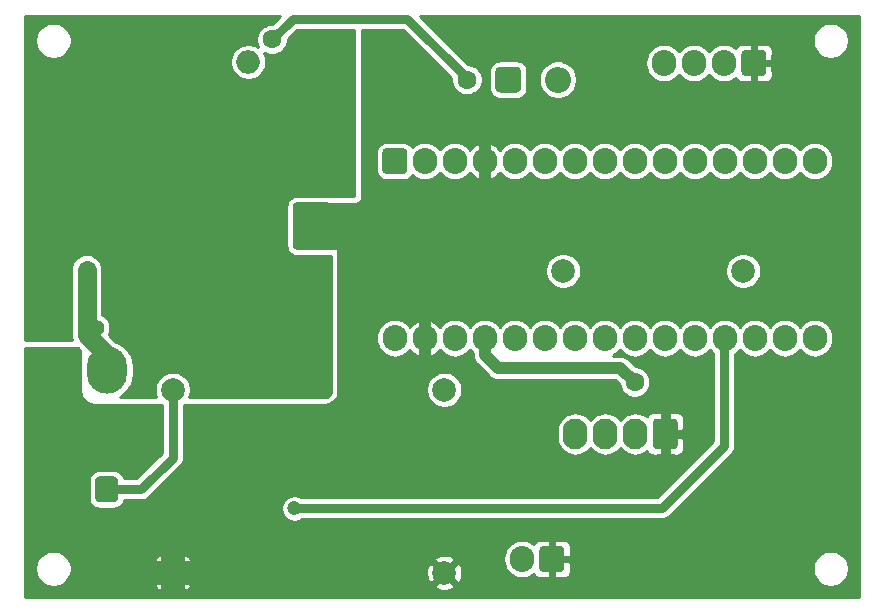
<source format=gbl>
G04 #@! TF.GenerationSoftware,KiCad,Pcbnew,(5.1.10)-1*
G04 #@! TF.CreationDate,2021-11-25T14:37:56-05:00*
G04 #@! TF.ProjectId,pid_smt_oven,7069645f-736d-4745-9f6f-76656e2e6b69,rev?*
G04 #@! TF.SameCoordinates,Original*
G04 #@! TF.FileFunction,Copper,L2,Bot*
G04 #@! TF.FilePolarity,Positive*
%FSLAX46Y46*%
G04 Gerber Fmt 4.6, Leading zero omitted, Abs format (unit mm)*
G04 Created by KiCad (PCBNEW (5.1.10)-1) date 2021-11-25 14:37:56*
%MOMM*%
%LPD*%
G01*
G04 APERTURE LIST*
G04 #@! TA.AperFunction,ComponentPad*
%ADD10O,2.100000X2.200000*%
G04 #@! TD*
G04 #@! TA.AperFunction,ComponentPad*
%ADD11O,2.100000X2.600000*%
G04 #@! TD*
G04 #@! TA.AperFunction,ComponentPad*
%ADD12O,2.200000X2.200000*%
G04 #@! TD*
G04 #@! TA.AperFunction,ComponentPad*
%ADD13O,2.000000X2.000000*%
G04 #@! TD*
G04 #@! TA.AperFunction,ComponentPad*
%ADD14C,2.000000*%
G04 #@! TD*
G04 #@! TA.AperFunction,ComponentPad*
%ADD15C,2.200000*%
G04 #@! TD*
G04 #@! TA.AperFunction,ComponentPad*
%ADD16O,3.400000X4.000000*%
G04 #@! TD*
G04 #@! TA.AperFunction,ViaPad*
%ADD17C,1.600000*%
G04 #@! TD*
G04 #@! TA.AperFunction,ViaPad*
%ADD18C,1.200000*%
G04 #@! TD*
G04 #@! TA.AperFunction,ViaPad*
%ADD19C,1.400000*%
G04 #@! TD*
G04 #@! TA.AperFunction,Conductor*
%ADD20C,0.600000*%
G04 #@! TD*
G04 #@! TA.AperFunction,Conductor*
%ADD21C,4.000000*%
G04 #@! TD*
G04 #@! TA.AperFunction,Conductor*
%ADD22C,0.800000*%
G04 #@! TD*
G04 #@! TA.AperFunction,Conductor*
%ADD23C,1.000000*%
G04 #@! TD*
G04 #@! TA.AperFunction,Conductor*
%ADD24C,1.600000*%
G04 #@! TD*
G04 #@! TA.AperFunction,Conductor*
%ADD25C,0.254000*%
G04 #@! TD*
G04 #@! TA.AperFunction,Conductor*
%ADD26C,0.100000*%
G04 #@! TD*
G04 APERTURE END LIST*
D10*
G04 #@! TO.P,a2,16*
G04 #@! TO.N,Net-(a2-Pad16)*
X67660000Y-32100000D03*
G04 #@! TO.P,a2,15*
G04 #@! TO.N,/relayTrigger*
X67660000Y-17100000D03*
G04 #@! TO.P,a2,30*
G04 #@! TO.N,Net-(a2-Pad30)*
X32100000Y-32100000D03*
G04 #@! TO.P,a2,14*
G04 #@! TO.N,Net-(a2-Pad14)*
X65120000Y-17100000D03*
G04 #@! TO.P,a2,29*
G04 #@! TO.N,GND*
X34640000Y-32100000D03*
G04 #@! TO.P,a2,13*
G04 #@! TO.N,Net-(a2-Pad13)*
X62580000Y-17100000D03*
G04 #@! TO.P,a2,28*
G04 #@! TO.N,Net-(a2-Pad28)*
X37180000Y-32100000D03*
G04 #@! TO.P,a2,12*
G04 #@! TO.N,/rot_right_mcu*
X60040000Y-17100000D03*
G04 #@! TO.P,a2,27*
G04 #@! TO.N,V5.0*
X39720000Y-32100000D03*
G04 #@! TO.P,a2,11*
G04 #@! TO.N,/rot_left_mcu*
X57500000Y-17100000D03*
G04 #@! TO.P,a2,26*
G04 #@! TO.N,/opamp_to_adc*
X42260000Y-32100000D03*
G04 #@! TO.P,a2,10*
G04 #@! TO.N,/rot_button_mcu*
X54960000Y-17100000D03*
G04 #@! TO.P,a2,25*
G04 #@! TO.N,Net-(a2-Pad25)*
X44800000Y-32100000D03*
G04 #@! TO.P,a2,9*
G04 #@! TO.N,Net-(a2-Pad9)*
X52420000Y-17100000D03*
G04 #@! TO.P,a2,24*
G04 #@! TO.N,/scl*
X47340000Y-32100000D03*
G04 #@! TO.P,a2,8*
G04 #@! TO.N,/buzzerPwm*
X49880000Y-17100000D03*
G04 #@! TO.P,a2,23*
G04 #@! TO.N,/sda*
X49880000Y-32100000D03*
G04 #@! TO.P,a2,7*
G04 #@! TO.N,Net-(a2-Pad7)*
X47340000Y-17100000D03*
G04 #@! TO.P,a2,22*
G04 #@! TO.N,/enable_env_temp_check*
X52420000Y-32100000D03*
G04 #@! TO.P,a2,6*
G04 #@! TO.N,/enable_heater*
X44800000Y-17100000D03*
G04 #@! TO.P,a2,21*
G04 #@! TO.N,/env_temp_adc*
X54960000Y-32100000D03*
G04 #@! TO.P,a2,5*
G04 #@! TO.N,Net-(a2-Pad5)*
X42260000Y-17100000D03*
G04 #@! TO.P,a2,20*
G04 #@! TO.N,Net-(a2-Pad20)*
X57500000Y-32100000D03*
G04 #@! TO.P,a2,4*
G04 #@! TO.N,GND*
X39720000Y-17100000D03*
G04 #@! TO.P,a2,19*
G04 #@! TO.N,/20VDetect*
X60040000Y-32100000D03*
G04 #@! TO.P,a2,3*
G04 #@! TO.N,Net-(a2-Pad3)*
X37180000Y-17100000D03*
G04 #@! TO.P,a2,18*
G04 #@! TO.N,Net-(a2-Pad18)*
X62580000Y-32100000D03*
G04 #@! TO.P,a2,2*
G04 #@! TO.N,Net-(a2-Pad2)*
X34640000Y-17100000D03*
G04 #@! TO.P,a2,17*
G04 #@! TO.N,Net-(a2-Pad17)*
X65120000Y-32100000D03*
G04 #@! TO.P,a2,1*
G04 #@! TO.N,Net-(a2-Pad1)*
G04 #@! TA.AperFunction,ComponentPad*
G36*
G01*
X31365000Y-16000000D02*
X32835000Y-16000000D01*
G75*
G02*
X33150000Y-16315000I0J-315000D01*
G01*
X33150000Y-17885000D01*
G75*
G02*
X32835000Y-18200000I-315000J0D01*
G01*
X31365000Y-18200000D01*
G75*
G02*
X31050000Y-17885000I0J315000D01*
G01*
X31050000Y-16315000D01*
G75*
G02*
X31365000Y-16000000I315000J0D01*
G01*
G37*
G04 #@! TD.AperFunction*
G04 #@! TD*
G04 #@! TO.P,J5,4*
G04 #@! TO.N,/rot_button_mcu*
X54880000Y-8800000D03*
G04 #@! TO.P,J5,3*
G04 #@! TO.N,/rot_left_mcu*
X57420000Y-8800000D03*
G04 #@! TO.P,J5,1*
G04 #@! TO.N,GND*
G04 #@! TA.AperFunction,ComponentPad*
G36*
G01*
X63550000Y-8008700D02*
X63550000Y-9591300D01*
G75*
G02*
X63241300Y-9900000I-308700J0D01*
G01*
X61758700Y-9900000D01*
G75*
G02*
X61450000Y-9591300I0J308700D01*
G01*
X61450000Y-8008700D01*
G75*
G02*
X61758700Y-7700000I308700J0D01*
G01*
X63241300Y-7700000D01*
G75*
G02*
X63550000Y-8008700I0J-308700D01*
G01*
G37*
G04 #@! TD.AperFunction*
G04 #@! TO.P,J5,2*
G04 #@! TO.N,/rot_right_mcu*
X59960000Y-8800000D03*
G04 #@! TD*
D11*
G04 #@! TO.P,J4,4*
G04 #@! TO.N,/scl*
X47380000Y-40200000D03*
G04 #@! TO.P,J4,3*
G04 #@! TO.N,/sda*
X49920000Y-40200000D03*
G04 #@! TO.P,J4,2*
G04 #@! TO.N,V5.0*
X52460000Y-40200000D03*
G04 #@! TO.P,J4,1*
G04 #@! TO.N,GND*
G04 #@! TA.AperFunction,ComponentPad*
G36*
G01*
X56050000Y-39202400D02*
X56050000Y-41197600D01*
G75*
G02*
X55747600Y-41500000I-302400J0D01*
G01*
X54252400Y-41500000D01*
G75*
G02*
X53950000Y-41197600I0J302400D01*
G01*
X53950000Y-39202400D01*
G75*
G02*
X54252400Y-38900000I302400J0D01*
G01*
X55747600Y-38900000D01*
G75*
G02*
X56050000Y-39202400I0J-302400D01*
G01*
G37*
G04 #@! TD.AperFunction*
G04 #@! TD*
D10*
G04 #@! TO.P,J3,2*
G04 #@! TO.N,/thermal_couple*
X42860000Y-50800000D03*
G04 #@! TO.P,J3,1*
G04 #@! TO.N,GND*
G04 #@! TA.AperFunction,ComponentPad*
G36*
G01*
X46450000Y-50002400D02*
X46450000Y-51597600D01*
G75*
G02*
X46147600Y-51900000I-302400J0D01*
G01*
X44652400Y-51900000D01*
G75*
G02*
X44350000Y-51597600I0J302400D01*
G01*
X44350000Y-50002400D01*
G75*
G02*
X44652400Y-49700000I302400J0D01*
G01*
X46147600Y-49700000D01*
G75*
G02*
X46450000Y-50002400I0J-302400D01*
G01*
G37*
G04 #@! TD.AperFunction*
G04 #@! TD*
G04 #@! TO.P,LS1,1*
G04 #@! TO.N,Net-(D4-Pad1)*
G04 #@! TA.AperFunction,ComponentPad*
G36*
G01*
X40600000Y-10904000D02*
X40600000Y-9496000D01*
G75*
G02*
X40996000Y-9100000I396000J0D01*
G01*
X42404000Y-9100000D01*
G75*
G02*
X42800000Y-9496000I0J-396000D01*
G01*
X42800000Y-10904000D01*
G75*
G02*
X42404000Y-11300000I-396000J0D01*
G01*
X40996000Y-11300000D01*
G75*
G02*
X40600000Y-10904000I0J396000D01*
G01*
G37*
G04 #@! TD.AperFunction*
D12*
G04 #@! TO.P,LS1,2*
G04 #@! TO.N,Net-(D4-Pad2)*
X45900000Y-10200000D03*
G04 #@! TD*
D13*
G04 #@! TO.P,D5,K*
G04 #@! TO.N,Net-(D5-PadK)*
X19700000Y-8700000D03*
G04 #@! TO.P,D5,A*
G04 #@! TO.N,/heaterPower*
G04 #@! TA.AperFunction,ComponentPad*
G36*
G01*
X16160000Y-9300000D02*
X16160000Y-8100000D01*
G75*
G02*
X16560000Y-7700000I400000J0D01*
G01*
X17760000Y-7700000D01*
G75*
G02*
X18160000Y-8100000I0J-400000D01*
G01*
X18160000Y-9300000D01*
G75*
G02*
X17760000Y-9700000I-400000J0D01*
G01*
X16560000Y-9700000D01*
G75*
G02*
X16160000Y-9300000I0J400000D01*
G01*
G37*
G04 #@! TD.AperFunction*
G04 #@! TD*
D14*
G04 #@! TO.P,a1,2*
G04 #@! TO.N,Net-(C7-Pad1)*
X13300000Y-36450000D03*
G04 #@! TO.P,a1,3*
G04 #@! TO.N,Net-(C10-Pad1)*
X36300000Y-36450000D03*
G04 #@! TO.P,a1,4*
G04 #@! TO.N,GND*
X36300000Y-51950000D03*
G04 #@! TO.P,a1,1*
G04 #@! TA.AperFunction,ComponentPad*
G36*
G01*
X12300000Y-52450000D02*
X12300000Y-51450000D01*
G75*
G02*
X12800000Y-50950000I500000J0D01*
G01*
X13800000Y-50950000D01*
G75*
G02*
X14300000Y-51450000I0J-500000D01*
G01*
X14300000Y-52450000D01*
G75*
G02*
X13800000Y-52950000I-500000J0D01*
G01*
X12800000Y-52950000D01*
G75*
G02*
X12300000Y-52450000I0J500000D01*
G01*
G37*
G04 #@! TD.AperFunction*
G04 #@! TD*
G04 #@! TO.P,TH1,2*
G04 #@! TO.N,/env_temp_adc*
X61600000Y-26400000D03*
G04 #@! TO.P,TH1,1*
G04 #@! TO.N,/enable_env_temp_check*
X46360000Y-26400000D03*
G04 #@! TD*
D15*
G04 #@! TO.P,C7,2*
G04 #@! TO.N,GND*
X3900000Y-44900000D03*
G04 #@! TO.P,C7,1*
G04 #@! TO.N,Net-(C7-Pad1)*
G04 #@! TA.AperFunction,ComponentPad*
G36*
G01*
X8700000Y-44200000D02*
X8700000Y-45600000D01*
G75*
G02*
X8300000Y-46000000I-400000J0D01*
G01*
X7100000Y-46000000D01*
G75*
G02*
X6700000Y-45600000I0J400000D01*
G01*
X6700000Y-44200000D01*
G75*
G02*
X7100000Y-43800000I400000J0D01*
G01*
X8300000Y-43800000D01*
G75*
G02*
X8700000Y-44200000I0J-400000D01*
G01*
G37*
G04 #@! TD.AperFunction*
G04 #@! TD*
D16*
G04 #@! TO.P,J1,2*
G04 #@! TO.N,20V*
X7760000Y-34800000D03*
G04 #@! TO.P,J1,1*
G04 #@! TO.N,GND*
G04 #@! TA.AperFunction,ComponentPad*
G36*
G01*
X2150000Y-36493100D02*
X2150000Y-33106900D01*
G75*
G02*
X2456900Y-32800000I306900J0D01*
G01*
X5143100Y-32800000D01*
G75*
G02*
X5450000Y-33106900I0J-306900D01*
G01*
X5450000Y-36493100D01*
G75*
G02*
X5143100Y-36800000I-306900J0D01*
G01*
X2456900Y-36800000D01*
G75*
G02*
X2150000Y-36493100I0J306900D01*
G01*
G37*
G04 #@! TD.AperFunction*
G04 #@! TD*
G04 #@! TO.P,J2,2*
G04 #@! TO.N,/heaterPower*
X21140000Y-22600000D03*
G04 #@! TO.P,J2,1*
G04 #@! TO.N,GND*
G04 #@! TA.AperFunction,ComponentPad*
G36*
G01*
X26750000Y-20906900D02*
X26750000Y-24293100D01*
G75*
G02*
X26443100Y-24600000I-306900J0D01*
G01*
X23756900Y-24600000D01*
G75*
G02*
X23450000Y-24293100I0J306900D01*
G01*
X23450000Y-20906900D01*
G75*
G02*
X23756900Y-20600000I306900J0D01*
G01*
X26443100Y-20600000D01*
G75*
G02*
X26750000Y-20906900I0J-306900D01*
G01*
G37*
G04 #@! TD.AperFunction*
G04 #@! TD*
D17*
G04 #@! TO.N,GND*
X30200000Y-27200000D03*
X66900000Y-26300000D03*
X30000000Y-11400000D03*
D18*
G04 #@! TO.N,/20VDetect*
X23600000Y-46500000D03*
D17*
G04 #@! TO.N,/enable_heater*
X21700000Y-6800000D03*
X38200000Y-10200000D03*
G04 #@! TO.N,V5.0*
X52400000Y-35800000D03*
D19*
G04 #@! TO.N,20V*
X6000000Y-26300000D03*
X6800000Y-31200000D03*
D17*
G04 #@! TO.N,/heaterPower*
X10400000Y-17400000D03*
X14400000Y-17400000D03*
X10400000Y-27000000D03*
X14400000Y-27000000D03*
X17000000Y-20000000D03*
X17000000Y-24600000D03*
X22000000Y-31000000D03*
X22000000Y-14000000D03*
X13200000Y-11800000D03*
X13200000Y-31200000D03*
G04 #@! TD*
D20*
G04 #@! TO.N,GND*
X39720000Y-18950000D02*
X39720000Y-17100000D01*
X36070000Y-22600000D02*
X39720000Y-18950000D01*
X34640000Y-22860000D02*
X34900000Y-22600000D01*
X34640000Y-32100000D02*
X34640000Y-22860000D01*
X34900000Y-22600000D02*
X36070000Y-22600000D01*
D21*
X25500000Y-22600000D02*
X35300000Y-22600000D01*
D20*
G04 #@! TO.N,/20VDetect*
X23800000Y-46600000D02*
X23700000Y-46500000D01*
X60000000Y-32140000D02*
X60040000Y-32100000D01*
D22*
X54700000Y-46500000D02*
X23600000Y-46500000D01*
X60000000Y-41200000D02*
X54700000Y-46500000D01*
X60000000Y-32140000D02*
X60000000Y-41200000D01*
G04 #@! TO.N,/enable_heater*
X23449990Y-5050010D02*
X21700000Y-6800000D01*
X33150010Y-5050010D02*
X23449990Y-5050010D01*
X38200000Y-10100000D02*
X33150010Y-5050010D01*
X38200000Y-10200000D02*
X38200000Y-10100000D01*
D23*
G04 #@! TO.N,V5.0*
X39720000Y-33520000D02*
X39720000Y-32100000D01*
X40800000Y-34600000D02*
X39720000Y-33520000D01*
X51200000Y-34600000D02*
X40800000Y-34600000D01*
X52400000Y-35800000D02*
X51200000Y-34600000D01*
D22*
G04 #@! TO.N,Net-(C7-Pad1)*
X10600000Y-44900000D02*
X7700000Y-44900000D01*
X13300000Y-42200000D02*
X10600000Y-44900000D01*
X13300000Y-36450000D02*
X13300000Y-42200000D01*
D20*
G04 #@! TO.N,20V*
X6000000Y-26600000D02*
X5800000Y-26400000D01*
X7760000Y-34800000D02*
X7760000Y-34299812D01*
D24*
X6000000Y-31800000D02*
X6000000Y-26300000D01*
X7760000Y-33560000D02*
X6000000Y-31800000D01*
X7760000Y-34299812D02*
X7760000Y-33560000D01*
G04 #@! TD*
D25*
G04 #@! TO.N,GND*
X71398001Y-53998000D02*
X802000Y-53998000D01*
X802000Y-51449604D01*
X1673000Y-51449604D01*
X1673000Y-51750396D01*
X1731681Y-52045410D01*
X1846790Y-52323306D01*
X2013901Y-52573406D01*
X2226594Y-52786099D01*
X2476694Y-52953210D01*
X2754590Y-53068319D01*
X3049604Y-53127000D01*
X3350396Y-53127000D01*
X3645410Y-53068319D01*
X3919588Y-52954750D01*
X11773000Y-52954750D01*
X11780432Y-53052334D01*
X11810380Y-53151730D01*
X11859143Y-53243374D01*
X11924848Y-53323744D01*
X12004971Y-53389751D01*
X12096431Y-53438859D01*
X12195714Y-53469180D01*
X12295250Y-53477000D01*
X12427000Y-53345250D01*
X12427000Y-52823000D01*
X14173000Y-52823000D01*
X14173000Y-53345250D01*
X14304750Y-53477000D01*
X14404286Y-53469180D01*
X14503569Y-53438859D01*
X14595029Y-53389751D01*
X14675152Y-53323744D01*
X14740857Y-53243374D01*
X14789620Y-53151730D01*
X14818291Y-53056572D01*
X35438087Y-53056572D01*
X35543820Y-53285118D01*
X35818818Y-53406988D01*
X36112308Y-53472866D01*
X36413011Y-53480222D01*
X36709371Y-53428771D01*
X36989998Y-53320492D01*
X37056180Y-53285118D01*
X37161913Y-53056572D01*
X36300000Y-52194659D01*
X35438087Y-53056572D01*
X14818291Y-53056572D01*
X14819568Y-53052334D01*
X14827000Y-52954750D01*
X14695250Y-52823000D01*
X14173000Y-52823000D01*
X12427000Y-52823000D01*
X11904750Y-52823000D01*
X11773000Y-52954750D01*
X3919588Y-52954750D01*
X3923306Y-52953210D01*
X4173406Y-52786099D01*
X4386099Y-52573406D01*
X4553210Y-52323306D01*
X4661028Y-52063011D01*
X34769778Y-52063011D01*
X34821229Y-52359371D01*
X34929508Y-52639998D01*
X34964882Y-52706180D01*
X35193428Y-52811913D01*
X36055341Y-51950000D01*
X36544659Y-51950000D01*
X37406572Y-52811913D01*
X37635118Y-52706180D01*
X37756988Y-52431182D01*
X37822866Y-52137692D01*
X37830222Y-51836989D01*
X37778771Y-51540629D01*
X37670492Y-51260002D01*
X37635118Y-51193820D01*
X37406572Y-51088087D01*
X36544659Y-51950000D01*
X36055341Y-51950000D01*
X35193428Y-51088087D01*
X34964882Y-51193820D01*
X34843012Y-51468818D01*
X34777134Y-51762308D01*
X34769778Y-52063011D01*
X4661028Y-52063011D01*
X4668319Y-52045410D01*
X4727000Y-51750396D01*
X4727000Y-51449604D01*
X4668319Y-51154590D01*
X4581607Y-50945250D01*
X11773000Y-50945250D01*
X11904750Y-51077000D01*
X12427000Y-51077000D01*
X12427000Y-50554750D01*
X14173000Y-50554750D01*
X14173000Y-51077000D01*
X14695250Y-51077000D01*
X14827000Y-50945250D01*
X14819568Y-50847666D01*
X14818292Y-50843428D01*
X35438087Y-50843428D01*
X36300000Y-51705341D01*
X37161913Y-50843428D01*
X37082851Y-50672531D01*
X41283000Y-50672531D01*
X41283000Y-50927468D01*
X41305818Y-51159145D01*
X41395993Y-51456411D01*
X41542428Y-51730372D01*
X41739497Y-51970503D01*
X41979627Y-52167572D01*
X42253588Y-52314007D01*
X42550854Y-52404182D01*
X42860000Y-52434630D01*
X43169145Y-52404182D01*
X43466411Y-52314007D01*
X43740372Y-52167572D01*
X43852532Y-52075526D01*
X43860760Y-52102650D01*
X43909695Y-52194202D01*
X43975552Y-52274448D01*
X44055798Y-52340305D01*
X44147350Y-52389240D01*
X44246690Y-52419375D01*
X44350000Y-52429550D01*
X45095250Y-52427000D01*
X45227000Y-52295250D01*
X45227000Y-50973000D01*
X45573000Y-50973000D01*
X45573000Y-52295250D01*
X45704750Y-52427000D01*
X46450000Y-52429550D01*
X46553310Y-52419375D01*
X46652650Y-52389240D01*
X46744202Y-52340305D01*
X46824448Y-52274448D01*
X46890305Y-52194202D01*
X46939240Y-52102650D01*
X46969375Y-52003310D01*
X46979550Y-51900000D01*
X46978106Y-51449604D01*
X67473000Y-51449604D01*
X67473000Y-51750396D01*
X67531681Y-52045410D01*
X67646790Y-52323306D01*
X67813901Y-52573406D01*
X68026594Y-52786099D01*
X68276694Y-52953210D01*
X68554590Y-53068319D01*
X68849604Y-53127000D01*
X69150396Y-53127000D01*
X69445410Y-53068319D01*
X69723306Y-52953210D01*
X69973406Y-52786099D01*
X70186099Y-52573406D01*
X70353210Y-52323306D01*
X70468319Y-52045410D01*
X70527000Y-51750396D01*
X70527000Y-51449604D01*
X70468319Y-51154590D01*
X70353210Y-50876694D01*
X70186099Y-50626594D01*
X69973406Y-50413901D01*
X69723306Y-50246790D01*
X69445410Y-50131681D01*
X69150396Y-50073000D01*
X68849604Y-50073000D01*
X68554590Y-50131681D01*
X68276694Y-50246790D01*
X68026594Y-50413901D01*
X67813901Y-50626594D01*
X67646790Y-50876694D01*
X67531681Y-51154590D01*
X67473000Y-51449604D01*
X46978106Y-51449604D01*
X46977000Y-51104750D01*
X46845250Y-50973000D01*
X45573000Y-50973000D01*
X45227000Y-50973000D01*
X45207000Y-50973000D01*
X45207000Y-50627000D01*
X45227000Y-50627000D01*
X45227000Y-49304750D01*
X45573000Y-49304750D01*
X45573000Y-50627000D01*
X46845250Y-50627000D01*
X46977000Y-50495250D01*
X46979550Y-49700000D01*
X46969375Y-49596690D01*
X46939240Y-49497350D01*
X46890305Y-49405798D01*
X46824448Y-49325552D01*
X46744202Y-49259695D01*
X46652650Y-49210760D01*
X46553310Y-49180625D01*
X46450000Y-49170450D01*
X45704750Y-49173000D01*
X45573000Y-49304750D01*
X45227000Y-49304750D01*
X45095250Y-49173000D01*
X44350000Y-49170450D01*
X44246690Y-49180625D01*
X44147350Y-49210760D01*
X44055798Y-49259695D01*
X43975552Y-49325552D01*
X43909695Y-49405798D01*
X43860760Y-49497350D01*
X43852532Y-49524474D01*
X43740373Y-49432428D01*
X43466412Y-49285993D01*
X43169146Y-49195818D01*
X42860000Y-49165370D01*
X42550855Y-49195818D01*
X42253589Y-49285993D01*
X41979628Y-49432428D01*
X41739497Y-49629497D01*
X41542428Y-49869627D01*
X41395993Y-50143588D01*
X41305818Y-50440854D01*
X41283000Y-50672531D01*
X37082851Y-50672531D01*
X37056180Y-50614882D01*
X36781182Y-50493012D01*
X36487692Y-50427134D01*
X36186989Y-50419778D01*
X35890629Y-50471229D01*
X35610002Y-50579508D01*
X35543820Y-50614882D01*
X35438087Y-50843428D01*
X14818292Y-50843428D01*
X14789620Y-50748270D01*
X14740857Y-50656626D01*
X14675152Y-50576256D01*
X14595029Y-50510249D01*
X14503569Y-50461141D01*
X14404286Y-50430820D01*
X14304750Y-50423000D01*
X14173000Y-50554750D01*
X12427000Y-50554750D01*
X12295250Y-50423000D01*
X12195714Y-50430820D01*
X12096431Y-50461141D01*
X12004971Y-50510249D01*
X11924848Y-50576256D01*
X11859143Y-50656626D01*
X11810380Y-50748270D01*
X11780432Y-50847666D01*
X11773000Y-50945250D01*
X4581607Y-50945250D01*
X4553210Y-50876694D01*
X4386099Y-50626594D01*
X4173406Y-50413901D01*
X3923306Y-50246790D01*
X3645410Y-50131681D01*
X3350396Y-50073000D01*
X3049604Y-50073000D01*
X2754590Y-50131681D01*
X2476694Y-50246790D01*
X2226594Y-50413901D01*
X2013901Y-50626594D01*
X1846790Y-50876694D01*
X1731681Y-51154590D01*
X1673000Y-51449604D01*
X802000Y-51449604D01*
X802000Y-32927000D01*
X5250340Y-32927000D01*
X5473000Y-33149660D01*
X5473000Y-36600000D01*
X5477509Y-36668789D01*
X5497954Y-36824080D01*
X5533560Y-36956964D01*
X5593500Y-37101673D01*
X5662288Y-37220817D01*
X5757639Y-37345081D01*
X5854919Y-37442361D01*
X5979183Y-37537712D01*
X6098327Y-37606500D01*
X6243036Y-37666440D01*
X6375920Y-37702046D01*
X6531211Y-37722491D01*
X6600000Y-37727000D01*
X12373000Y-37727000D01*
X12373001Y-41816023D01*
X10216025Y-43973000D01*
X9197839Y-43973000D01*
X9158791Y-43844277D01*
X9072892Y-43683570D01*
X8957290Y-43542710D01*
X8816430Y-43427108D01*
X8655723Y-43341209D01*
X8481346Y-43288312D01*
X8300000Y-43270451D01*
X7100000Y-43270451D01*
X6918654Y-43288312D01*
X6744277Y-43341209D01*
X6583570Y-43427108D01*
X6442710Y-43542710D01*
X6327108Y-43683570D01*
X6241209Y-43844277D01*
X6188312Y-44018654D01*
X6170451Y-44200000D01*
X6170451Y-45600000D01*
X6188312Y-45781346D01*
X6241209Y-45955723D01*
X6327108Y-46116430D01*
X6442710Y-46257290D01*
X6583570Y-46372892D01*
X6744277Y-46458791D01*
X6918654Y-46511688D01*
X7100000Y-46529549D01*
X8300000Y-46529549D01*
X8481346Y-46511688D01*
X8655723Y-46458791D01*
X8786293Y-46389000D01*
X22473000Y-46389000D01*
X22473000Y-46611000D01*
X22516310Y-46828734D01*
X22601266Y-47033835D01*
X22724602Y-47218421D01*
X22881579Y-47375398D01*
X23066165Y-47498734D01*
X23271266Y-47583690D01*
X23489000Y-47627000D01*
X23711000Y-47627000D01*
X23928734Y-47583690D01*
X24133835Y-47498734D01*
X24241193Y-47427000D01*
X54654473Y-47427000D01*
X54700000Y-47431484D01*
X54745527Y-47427000D01*
X54745538Y-47427000D01*
X54881724Y-47413587D01*
X55056464Y-47360580D01*
X55217505Y-47274501D01*
X55358659Y-47158659D01*
X55387688Y-47123287D01*
X60623292Y-41887684D01*
X60658659Y-41858659D01*
X60687684Y-41823292D01*
X60687688Y-41823288D01*
X60774501Y-41717506D01*
X60860580Y-41556464D01*
X60913587Y-41381724D01*
X60927000Y-41245538D01*
X60927000Y-41245527D01*
X60931484Y-41200000D01*
X60927000Y-41154473D01*
X60927000Y-33462133D01*
X61160503Y-33270503D01*
X61310000Y-33088339D01*
X61459497Y-33270503D01*
X61699627Y-33467572D01*
X61973588Y-33614007D01*
X62270854Y-33704182D01*
X62580000Y-33734630D01*
X62889145Y-33704182D01*
X63186411Y-33614007D01*
X63460372Y-33467572D01*
X63700503Y-33270503D01*
X63850000Y-33088339D01*
X63999497Y-33270503D01*
X64239627Y-33467572D01*
X64513588Y-33614007D01*
X64810854Y-33704182D01*
X65120000Y-33734630D01*
X65429145Y-33704182D01*
X65726411Y-33614007D01*
X66000372Y-33467572D01*
X66240503Y-33270503D01*
X66390000Y-33088339D01*
X66539497Y-33270503D01*
X66779627Y-33467572D01*
X67053588Y-33614007D01*
X67350854Y-33704182D01*
X67660000Y-33734630D01*
X67969145Y-33704182D01*
X68266411Y-33614007D01*
X68540372Y-33467572D01*
X68780503Y-33270503D01*
X68977572Y-33030373D01*
X69124007Y-32756412D01*
X69214182Y-32459146D01*
X69237000Y-32227469D01*
X69237000Y-31972532D01*
X69214182Y-31740855D01*
X69124007Y-31443589D01*
X68977572Y-31169628D01*
X68780503Y-30929497D01*
X68540373Y-30732428D01*
X68266412Y-30585993D01*
X67969146Y-30495818D01*
X67660000Y-30465370D01*
X67350855Y-30495818D01*
X67053589Y-30585993D01*
X66779628Y-30732428D01*
X66539497Y-30929497D01*
X66390000Y-31111661D01*
X66240503Y-30929497D01*
X66000373Y-30732428D01*
X65726412Y-30585993D01*
X65429146Y-30495818D01*
X65120000Y-30465370D01*
X64810855Y-30495818D01*
X64513589Y-30585993D01*
X64239628Y-30732428D01*
X63999497Y-30929497D01*
X63850000Y-31111661D01*
X63700503Y-30929497D01*
X63460373Y-30732428D01*
X63186412Y-30585993D01*
X62889146Y-30495818D01*
X62580000Y-30465370D01*
X62270855Y-30495818D01*
X61973589Y-30585993D01*
X61699628Y-30732428D01*
X61459497Y-30929497D01*
X61310000Y-31111661D01*
X61160503Y-30929497D01*
X60920373Y-30732428D01*
X60646412Y-30585993D01*
X60349146Y-30495818D01*
X60040000Y-30465370D01*
X59730855Y-30495818D01*
X59433589Y-30585993D01*
X59159628Y-30732428D01*
X58919497Y-30929497D01*
X58770000Y-31111661D01*
X58620503Y-30929497D01*
X58380373Y-30732428D01*
X58106412Y-30585993D01*
X57809146Y-30495818D01*
X57500000Y-30465370D01*
X57190855Y-30495818D01*
X56893589Y-30585993D01*
X56619628Y-30732428D01*
X56379497Y-30929497D01*
X56230000Y-31111661D01*
X56080503Y-30929497D01*
X55840373Y-30732428D01*
X55566412Y-30585993D01*
X55269146Y-30495818D01*
X54960000Y-30465370D01*
X54650855Y-30495818D01*
X54353589Y-30585993D01*
X54079628Y-30732428D01*
X53839497Y-30929497D01*
X53690000Y-31111661D01*
X53540503Y-30929497D01*
X53300373Y-30732428D01*
X53026412Y-30585993D01*
X52729146Y-30495818D01*
X52420000Y-30465370D01*
X52110855Y-30495818D01*
X51813589Y-30585993D01*
X51539628Y-30732428D01*
X51299497Y-30929497D01*
X51150000Y-31111661D01*
X51000503Y-30929497D01*
X50760373Y-30732428D01*
X50486412Y-30585993D01*
X50189146Y-30495818D01*
X49880000Y-30465370D01*
X49570855Y-30495818D01*
X49273589Y-30585993D01*
X48999628Y-30732428D01*
X48759497Y-30929497D01*
X48610000Y-31111661D01*
X48460503Y-30929497D01*
X48220373Y-30732428D01*
X47946412Y-30585993D01*
X47649146Y-30495818D01*
X47340000Y-30465370D01*
X47030855Y-30495818D01*
X46733589Y-30585993D01*
X46459628Y-30732428D01*
X46219497Y-30929497D01*
X46070000Y-31111661D01*
X45920503Y-30929497D01*
X45680373Y-30732428D01*
X45406412Y-30585993D01*
X45109146Y-30495818D01*
X44800000Y-30465370D01*
X44490855Y-30495818D01*
X44193589Y-30585993D01*
X43919628Y-30732428D01*
X43679497Y-30929497D01*
X43530000Y-31111661D01*
X43380503Y-30929497D01*
X43140373Y-30732428D01*
X42866412Y-30585993D01*
X42569146Y-30495818D01*
X42260000Y-30465370D01*
X41950855Y-30495818D01*
X41653589Y-30585993D01*
X41379628Y-30732428D01*
X41139497Y-30929497D01*
X40990000Y-31111661D01*
X40840503Y-30929497D01*
X40600373Y-30732428D01*
X40326412Y-30585993D01*
X40029146Y-30495818D01*
X39720000Y-30465370D01*
X39410855Y-30495818D01*
X39113589Y-30585993D01*
X38839628Y-30732428D01*
X38599497Y-30929497D01*
X38450000Y-31111661D01*
X38300503Y-30929497D01*
X38060373Y-30732428D01*
X37786412Y-30585993D01*
X37489146Y-30495818D01*
X37180000Y-30465370D01*
X36870855Y-30495818D01*
X36573589Y-30585993D01*
X36299628Y-30732428D01*
X36059497Y-30929497D01*
X35900667Y-31123032D01*
X35782882Y-30970817D01*
X35550384Y-30768588D01*
X35282900Y-30615603D01*
X35248105Y-30594962D01*
X35013000Y-30653713D01*
X35013000Y-31727000D01*
X35033000Y-31727000D01*
X35033000Y-32473000D01*
X35013000Y-32473000D01*
X35013000Y-33546287D01*
X35248105Y-33605038D01*
X35282900Y-33584397D01*
X35550384Y-33431412D01*
X35782882Y-33229183D01*
X35900668Y-33076968D01*
X36059497Y-33270503D01*
X36299627Y-33467572D01*
X36573588Y-33614007D01*
X36870854Y-33704182D01*
X37180000Y-33734630D01*
X37489145Y-33704182D01*
X37786411Y-33614007D01*
X38060372Y-33467572D01*
X38300503Y-33270503D01*
X38450000Y-33088339D01*
X38599497Y-33270503D01*
X38693000Y-33347239D01*
X38693000Y-33469558D01*
X38688032Y-33520000D01*
X38693000Y-33570441D01*
X38693000Y-33570450D01*
X38707860Y-33721326D01*
X38766585Y-33914916D01*
X38861949Y-34093331D01*
X38990288Y-34249712D01*
X39029480Y-34281876D01*
X40038132Y-35290530D01*
X40070288Y-35329712D01*
X40109470Y-35361868D01*
X40109475Y-35361873D01*
X40208100Y-35442812D01*
X40226669Y-35458051D01*
X40405083Y-35553415D01*
X40539947Y-35594326D01*
X40598672Y-35612140D01*
X40616831Y-35613928D01*
X40749549Y-35627000D01*
X40749556Y-35627000D01*
X40800000Y-35631968D01*
X40850443Y-35627000D01*
X50774604Y-35627000D01*
X51073000Y-35925396D01*
X51073000Y-35930698D01*
X51123996Y-36187072D01*
X51224028Y-36428570D01*
X51369252Y-36645913D01*
X51554087Y-36830748D01*
X51771430Y-36975972D01*
X52012928Y-37076004D01*
X52269302Y-37127000D01*
X52530698Y-37127000D01*
X52787072Y-37076004D01*
X53028570Y-36975972D01*
X53245913Y-36830748D01*
X53430748Y-36645913D01*
X53575972Y-36428570D01*
X53676004Y-36187072D01*
X53727000Y-35930698D01*
X53727000Y-35669302D01*
X53676004Y-35412928D01*
X53575972Y-35171430D01*
X53430748Y-34954087D01*
X53245913Y-34769252D01*
X53028570Y-34624028D01*
X52787072Y-34523996D01*
X52530698Y-34473000D01*
X52525396Y-34473000D01*
X51961877Y-33909481D01*
X51929712Y-33870288D01*
X51773331Y-33741949D01*
X51594917Y-33646585D01*
X51401327Y-33587860D01*
X51250451Y-33573000D01*
X51250441Y-33573000D01*
X51200000Y-33568032D01*
X51149559Y-33573000D01*
X50563130Y-33573000D01*
X50760372Y-33467572D01*
X51000503Y-33270503D01*
X51150000Y-33088339D01*
X51299497Y-33270503D01*
X51539627Y-33467572D01*
X51813588Y-33614007D01*
X52110854Y-33704182D01*
X52420000Y-33734630D01*
X52729145Y-33704182D01*
X53026411Y-33614007D01*
X53300372Y-33467572D01*
X53540503Y-33270503D01*
X53690000Y-33088339D01*
X53839497Y-33270503D01*
X54079627Y-33467572D01*
X54353588Y-33614007D01*
X54650854Y-33704182D01*
X54960000Y-33734630D01*
X55269145Y-33704182D01*
X55566411Y-33614007D01*
X55840372Y-33467572D01*
X56080503Y-33270503D01*
X56230000Y-33088339D01*
X56379497Y-33270503D01*
X56619627Y-33467572D01*
X56893588Y-33614007D01*
X57190854Y-33704182D01*
X57500000Y-33734630D01*
X57809145Y-33704182D01*
X58106411Y-33614007D01*
X58380372Y-33467572D01*
X58620503Y-33270503D01*
X58770000Y-33088339D01*
X58919497Y-33270503D01*
X59073000Y-33396479D01*
X59073001Y-40816023D01*
X54316025Y-45573000D01*
X24241193Y-45573000D01*
X24133835Y-45501266D01*
X23928734Y-45416310D01*
X23711000Y-45373000D01*
X23489000Y-45373000D01*
X23271266Y-45416310D01*
X23066165Y-45501266D01*
X22881579Y-45624602D01*
X22724602Y-45781579D01*
X22601266Y-45966165D01*
X22516310Y-46171266D01*
X22473000Y-46389000D01*
X8786293Y-46389000D01*
X8816430Y-46372892D01*
X8957290Y-46257290D01*
X9072892Y-46116430D01*
X9158791Y-45955723D01*
X9197839Y-45827000D01*
X10554473Y-45827000D01*
X10600000Y-45831484D01*
X10645527Y-45827000D01*
X10645538Y-45827000D01*
X10781724Y-45813587D01*
X10956464Y-45760580D01*
X11117505Y-45674501D01*
X11258659Y-45558659D01*
X11287688Y-45523287D01*
X13923292Y-42887684D01*
X13958659Y-42858659D01*
X13987684Y-42823292D01*
X13987688Y-42823288D01*
X14074502Y-42717506D01*
X14160580Y-42556464D01*
X14213587Y-42381724D01*
X14227000Y-42245538D01*
X14227000Y-42245527D01*
X14231484Y-42200000D01*
X14227000Y-42154473D01*
X14227000Y-39872531D01*
X45803000Y-39872531D01*
X45803000Y-40527468D01*
X45825818Y-40759145D01*
X45915993Y-41056411D01*
X46062428Y-41330372D01*
X46259497Y-41570503D01*
X46499627Y-41767572D01*
X46773588Y-41914007D01*
X47070854Y-42004182D01*
X47380000Y-42034630D01*
X47689145Y-42004182D01*
X47986411Y-41914007D01*
X48260372Y-41767572D01*
X48500503Y-41570503D01*
X48650000Y-41388339D01*
X48799497Y-41570503D01*
X49039627Y-41767572D01*
X49313588Y-41914007D01*
X49610854Y-42004182D01*
X49920000Y-42034630D01*
X50229145Y-42004182D01*
X50526411Y-41914007D01*
X50800372Y-41767572D01*
X51040503Y-41570503D01*
X51190000Y-41388339D01*
X51339497Y-41570503D01*
X51579627Y-41767572D01*
X51853588Y-41914007D01*
X52150854Y-42004182D01*
X52460000Y-42034630D01*
X52769145Y-42004182D01*
X53066411Y-41914007D01*
X53340372Y-41767572D01*
X53452532Y-41675526D01*
X53460760Y-41702650D01*
X53509695Y-41794202D01*
X53575552Y-41874448D01*
X53655798Y-41940305D01*
X53747350Y-41989240D01*
X53846690Y-42019375D01*
X53950000Y-42029550D01*
X54595250Y-42027000D01*
X54727000Y-41895250D01*
X54727000Y-40473000D01*
X55273000Y-40473000D01*
X55273000Y-41895250D01*
X55404750Y-42027000D01*
X56050000Y-42029550D01*
X56153310Y-42019375D01*
X56252650Y-41989240D01*
X56344202Y-41940305D01*
X56424448Y-41874448D01*
X56490305Y-41794202D01*
X56539240Y-41702650D01*
X56569375Y-41603310D01*
X56579550Y-41500000D01*
X56577000Y-40604750D01*
X56445250Y-40473000D01*
X55273000Y-40473000D01*
X54727000Y-40473000D01*
X54707000Y-40473000D01*
X54707000Y-39927000D01*
X54727000Y-39927000D01*
X54727000Y-38504750D01*
X55273000Y-38504750D01*
X55273000Y-39927000D01*
X56445250Y-39927000D01*
X56577000Y-39795250D01*
X56579550Y-38900000D01*
X56569375Y-38796690D01*
X56539240Y-38697350D01*
X56490305Y-38605798D01*
X56424448Y-38525552D01*
X56344202Y-38459695D01*
X56252650Y-38410760D01*
X56153310Y-38380625D01*
X56050000Y-38370450D01*
X55404750Y-38373000D01*
X55273000Y-38504750D01*
X54727000Y-38504750D01*
X54595250Y-38373000D01*
X53950000Y-38370450D01*
X53846690Y-38380625D01*
X53747350Y-38410760D01*
X53655798Y-38459695D01*
X53575552Y-38525552D01*
X53509695Y-38605798D01*
X53460760Y-38697350D01*
X53452532Y-38724474D01*
X53340373Y-38632428D01*
X53066412Y-38485993D01*
X52769146Y-38395818D01*
X52460000Y-38365370D01*
X52150855Y-38395818D01*
X51853589Y-38485993D01*
X51579628Y-38632428D01*
X51339497Y-38829497D01*
X51190000Y-39011660D01*
X51040503Y-38829497D01*
X50800373Y-38632428D01*
X50526412Y-38485993D01*
X50229146Y-38395818D01*
X49920000Y-38365370D01*
X49610855Y-38395818D01*
X49313589Y-38485993D01*
X49039628Y-38632428D01*
X48799497Y-38829497D01*
X48650000Y-39011660D01*
X48500503Y-38829497D01*
X48260373Y-38632428D01*
X47986412Y-38485993D01*
X47689146Y-38395818D01*
X47380000Y-38365370D01*
X47070855Y-38395818D01*
X46773589Y-38485993D01*
X46499628Y-38632428D01*
X46259497Y-38829497D01*
X46062428Y-39069627D01*
X45915993Y-39343588D01*
X45825818Y-39640854D01*
X45803000Y-39872531D01*
X14227000Y-39872531D01*
X14227000Y-37727000D01*
X26200000Y-37727000D01*
X26268789Y-37722491D01*
X26424080Y-37702046D01*
X26556964Y-37666440D01*
X26701673Y-37606500D01*
X26820817Y-37537712D01*
X26945081Y-37442361D01*
X27042361Y-37345081D01*
X27137712Y-37220817D01*
X27206500Y-37101673D01*
X27266440Y-36956964D01*
X27302046Y-36824080D01*
X27322491Y-36668789D01*
X27327000Y-36600000D01*
X27327000Y-36299604D01*
X34773000Y-36299604D01*
X34773000Y-36600396D01*
X34831681Y-36895410D01*
X34946790Y-37173306D01*
X35113901Y-37423406D01*
X35326594Y-37636099D01*
X35576694Y-37803210D01*
X35854590Y-37918319D01*
X36149604Y-37977000D01*
X36450396Y-37977000D01*
X36745410Y-37918319D01*
X37023306Y-37803210D01*
X37273406Y-37636099D01*
X37486099Y-37423406D01*
X37653210Y-37173306D01*
X37768319Y-36895410D01*
X37827000Y-36600396D01*
X37827000Y-36299604D01*
X37768319Y-36004590D01*
X37653210Y-35726694D01*
X37486099Y-35476594D01*
X37273406Y-35263901D01*
X37023306Y-35096790D01*
X36745410Y-34981681D01*
X36450396Y-34923000D01*
X36149604Y-34923000D01*
X35854590Y-34981681D01*
X35576694Y-35096790D01*
X35326594Y-35263901D01*
X35113901Y-35476594D01*
X34946790Y-35726694D01*
X34831681Y-36004590D01*
X34773000Y-36299604D01*
X27327000Y-36299604D01*
X27327000Y-31972531D01*
X30523000Y-31972531D01*
X30523000Y-32227468D01*
X30545818Y-32459145D01*
X30635993Y-32756411D01*
X30782428Y-33030372D01*
X30979497Y-33270503D01*
X31219627Y-33467572D01*
X31493588Y-33614007D01*
X31790854Y-33704182D01*
X32100000Y-33734630D01*
X32409145Y-33704182D01*
X32706411Y-33614007D01*
X32980372Y-33467572D01*
X33220503Y-33270503D01*
X33379333Y-33076968D01*
X33497118Y-33229183D01*
X33729616Y-33431412D01*
X33997100Y-33584397D01*
X34031895Y-33605038D01*
X34267000Y-33546287D01*
X34267000Y-32473000D01*
X34247000Y-32473000D01*
X34247000Y-31727000D01*
X34267000Y-31727000D01*
X34267000Y-30653713D01*
X34031895Y-30594962D01*
X33997100Y-30615603D01*
X33729616Y-30768588D01*
X33497118Y-30970817D01*
X33379332Y-31123032D01*
X33220503Y-30929497D01*
X32980373Y-30732428D01*
X32706412Y-30585993D01*
X32409146Y-30495818D01*
X32100000Y-30465370D01*
X31790855Y-30495818D01*
X31493589Y-30585993D01*
X31219628Y-30732428D01*
X30979497Y-30929497D01*
X30782428Y-31169627D01*
X30635993Y-31443588D01*
X30545818Y-31740854D01*
X30523000Y-31972531D01*
X27327000Y-31972531D01*
X27327000Y-26249604D01*
X44833000Y-26249604D01*
X44833000Y-26550396D01*
X44891681Y-26845410D01*
X45006790Y-27123306D01*
X45173901Y-27373406D01*
X45386594Y-27586099D01*
X45636694Y-27753210D01*
X45914590Y-27868319D01*
X46209604Y-27927000D01*
X46510396Y-27927000D01*
X46805410Y-27868319D01*
X47083306Y-27753210D01*
X47333406Y-27586099D01*
X47546099Y-27373406D01*
X47713210Y-27123306D01*
X47828319Y-26845410D01*
X47887000Y-26550396D01*
X47887000Y-26249604D01*
X60073000Y-26249604D01*
X60073000Y-26550396D01*
X60131681Y-26845410D01*
X60246790Y-27123306D01*
X60413901Y-27373406D01*
X60626594Y-27586099D01*
X60876694Y-27753210D01*
X61154590Y-27868319D01*
X61449604Y-27927000D01*
X61750396Y-27927000D01*
X62045410Y-27868319D01*
X62323306Y-27753210D01*
X62573406Y-27586099D01*
X62786099Y-27373406D01*
X62953210Y-27123306D01*
X63068319Y-26845410D01*
X63127000Y-26550396D01*
X63127000Y-26249604D01*
X63068319Y-25954590D01*
X62953210Y-25676694D01*
X62786099Y-25426594D01*
X62573406Y-25213901D01*
X62323306Y-25046790D01*
X62045410Y-24931681D01*
X61750396Y-24873000D01*
X61449604Y-24873000D01*
X61154590Y-24931681D01*
X60876694Y-25046790D01*
X60626594Y-25213901D01*
X60413901Y-25426594D01*
X60246790Y-25676694D01*
X60131681Y-25954590D01*
X60073000Y-26249604D01*
X47887000Y-26249604D01*
X47828319Y-25954590D01*
X47713210Y-25676694D01*
X47546099Y-25426594D01*
X47333406Y-25213901D01*
X47083306Y-25046790D01*
X46805410Y-24931681D01*
X46510396Y-24873000D01*
X46209604Y-24873000D01*
X45914590Y-24931681D01*
X45636694Y-25046790D01*
X45386594Y-25213901D01*
X45173901Y-25426594D01*
X45006790Y-25676694D01*
X44891681Y-25954590D01*
X44833000Y-26249604D01*
X27327000Y-26249604D01*
X27327000Y-20727000D01*
X28800000Y-20727000D01*
X28902813Y-20716874D01*
X29001674Y-20686885D01*
X29092786Y-20638184D01*
X29172645Y-20572645D01*
X29238184Y-20492786D01*
X29286885Y-20401674D01*
X29316874Y-20302813D01*
X29327000Y-20200000D01*
X29327000Y-16315000D01*
X30520451Y-16315000D01*
X30520451Y-17885000D01*
X30536679Y-18049763D01*
X30584738Y-18208195D01*
X30662783Y-18354206D01*
X30767814Y-18482186D01*
X30895794Y-18587217D01*
X31041805Y-18665262D01*
X31200237Y-18713321D01*
X31365000Y-18729549D01*
X32835000Y-18729549D01*
X32999763Y-18713321D01*
X33158195Y-18665262D01*
X33304206Y-18587217D01*
X33432186Y-18482186D01*
X33537217Y-18354206D01*
X33562913Y-18306133D01*
X33759627Y-18467572D01*
X34033588Y-18614007D01*
X34330854Y-18704182D01*
X34640000Y-18734630D01*
X34949145Y-18704182D01*
X35246411Y-18614007D01*
X35520372Y-18467572D01*
X35760503Y-18270503D01*
X35910000Y-18088339D01*
X36059497Y-18270503D01*
X36299627Y-18467572D01*
X36573588Y-18614007D01*
X36870854Y-18704182D01*
X37180000Y-18734630D01*
X37489145Y-18704182D01*
X37786411Y-18614007D01*
X38060372Y-18467572D01*
X38300503Y-18270503D01*
X38459333Y-18076968D01*
X38577118Y-18229183D01*
X38809616Y-18431412D01*
X39077100Y-18584397D01*
X39111895Y-18605038D01*
X39347000Y-18546287D01*
X39347000Y-17473000D01*
X39327000Y-17473000D01*
X39327000Y-16727000D01*
X39347000Y-16727000D01*
X39347000Y-15653713D01*
X40093000Y-15653713D01*
X40093000Y-16727000D01*
X40113000Y-16727000D01*
X40113000Y-17473000D01*
X40093000Y-17473000D01*
X40093000Y-18546287D01*
X40328105Y-18605038D01*
X40362900Y-18584397D01*
X40630384Y-18431412D01*
X40862882Y-18229183D01*
X40980668Y-18076968D01*
X41139497Y-18270503D01*
X41379627Y-18467572D01*
X41653588Y-18614007D01*
X41950854Y-18704182D01*
X42260000Y-18734630D01*
X42569145Y-18704182D01*
X42866411Y-18614007D01*
X43140372Y-18467572D01*
X43380503Y-18270503D01*
X43530000Y-18088339D01*
X43679497Y-18270503D01*
X43919627Y-18467572D01*
X44193588Y-18614007D01*
X44490854Y-18704182D01*
X44800000Y-18734630D01*
X45109145Y-18704182D01*
X45406411Y-18614007D01*
X45680372Y-18467572D01*
X45920503Y-18270503D01*
X46070000Y-18088339D01*
X46219497Y-18270503D01*
X46459627Y-18467572D01*
X46733588Y-18614007D01*
X47030854Y-18704182D01*
X47340000Y-18734630D01*
X47649145Y-18704182D01*
X47946411Y-18614007D01*
X48220372Y-18467572D01*
X48460503Y-18270503D01*
X48610000Y-18088339D01*
X48759497Y-18270503D01*
X48999627Y-18467572D01*
X49273588Y-18614007D01*
X49570854Y-18704182D01*
X49880000Y-18734630D01*
X50189145Y-18704182D01*
X50486411Y-18614007D01*
X50760372Y-18467572D01*
X51000503Y-18270503D01*
X51150000Y-18088339D01*
X51299497Y-18270503D01*
X51539627Y-18467572D01*
X51813588Y-18614007D01*
X52110854Y-18704182D01*
X52420000Y-18734630D01*
X52729145Y-18704182D01*
X53026411Y-18614007D01*
X53300372Y-18467572D01*
X53540503Y-18270503D01*
X53690000Y-18088339D01*
X53839497Y-18270503D01*
X54079627Y-18467572D01*
X54353588Y-18614007D01*
X54650854Y-18704182D01*
X54960000Y-18734630D01*
X55269145Y-18704182D01*
X55566411Y-18614007D01*
X55840372Y-18467572D01*
X56080503Y-18270503D01*
X56230000Y-18088339D01*
X56379497Y-18270503D01*
X56619627Y-18467572D01*
X56893588Y-18614007D01*
X57190854Y-18704182D01*
X57500000Y-18734630D01*
X57809145Y-18704182D01*
X58106411Y-18614007D01*
X58380372Y-18467572D01*
X58620503Y-18270503D01*
X58770000Y-18088339D01*
X58919497Y-18270503D01*
X59159627Y-18467572D01*
X59433588Y-18614007D01*
X59730854Y-18704182D01*
X60040000Y-18734630D01*
X60349145Y-18704182D01*
X60646411Y-18614007D01*
X60920372Y-18467572D01*
X61160503Y-18270503D01*
X61310000Y-18088339D01*
X61459497Y-18270503D01*
X61699627Y-18467572D01*
X61973588Y-18614007D01*
X62270854Y-18704182D01*
X62580000Y-18734630D01*
X62889145Y-18704182D01*
X63186411Y-18614007D01*
X63460372Y-18467572D01*
X63700503Y-18270503D01*
X63850000Y-18088339D01*
X63999497Y-18270503D01*
X64239627Y-18467572D01*
X64513588Y-18614007D01*
X64810854Y-18704182D01*
X65120000Y-18734630D01*
X65429145Y-18704182D01*
X65726411Y-18614007D01*
X66000372Y-18467572D01*
X66240503Y-18270503D01*
X66390000Y-18088339D01*
X66539497Y-18270503D01*
X66779627Y-18467572D01*
X67053588Y-18614007D01*
X67350854Y-18704182D01*
X67660000Y-18734630D01*
X67969145Y-18704182D01*
X68266411Y-18614007D01*
X68540372Y-18467572D01*
X68780503Y-18270503D01*
X68977572Y-18030373D01*
X69124007Y-17756412D01*
X69214182Y-17459146D01*
X69237000Y-17227469D01*
X69237000Y-16972532D01*
X69214182Y-16740855D01*
X69124007Y-16443589D01*
X68977572Y-16169628D01*
X68780503Y-15929497D01*
X68540373Y-15732428D01*
X68266412Y-15585993D01*
X67969146Y-15495818D01*
X67660000Y-15465370D01*
X67350855Y-15495818D01*
X67053589Y-15585993D01*
X66779628Y-15732428D01*
X66539497Y-15929497D01*
X66390000Y-16111661D01*
X66240503Y-15929497D01*
X66000373Y-15732428D01*
X65726412Y-15585993D01*
X65429146Y-15495818D01*
X65120000Y-15465370D01*
X64810855Y-15495818D01*
X64513589Y-15585993D01*
X64239628Y-15732428D01*
X63999497Y-15929497D01*
X63850000Y-16111661D01*
X63700503Y-15929497D01*
X63460373Y-15732428D01*
X63186412Y-15585993D01*
X62889146Y-15495818D01*
X62580000Y-15465370D01*
X62270855Y-15495818D01*
X61973589Y-15585993D01*
X61699628Y-15732428D01*
X61459497Y-15929497D01*
X61310000Y-16111661D01*
X61160503Y-15929497D01*
X60920373Y-15732428D01*
X60646412Y-15585993D01*
X60349146Y-15495818D01*
X60040000Y-15465370D01*
X59730855Y-15495818D01*
X59433589Y-15585993D01*
X59159628Y-15732428D01*
X58919497Y-15929497D01*
X58770000Y-16111661D01*
X58620503Y-15929497D01*
X58380373Y-15732428D01*
X58106412Y-15585993D01*
X57809146Y-15495818D01*
X57500000Y-15465370D01*
X57190855Y-15495818D01*
X56893589Y-15585993D01*
X56619628Y-15732428D01*
X56379497Y-15929497D01*
X56230000Y-16111661D01*
X56080503Y-15929497D01*
X55840373Y-15732428D01*
X55566412Y-15585993D01*
X55269146Y-15495818D01*
X54960000Y-15465370D01*
X54650855Y-15495818D01*
X54353589Y-15585993D01*
X54079628Y-15732428D01*
X53839497Y-15929497D01*
X53690000Y-16111661D01*
X53540503Y-15929497D01*
X53300373Y-15732428D01*
X53026412Y-15585993D01*
X52729146Y-15495818D01*
X52420000Y-15465370D01*
X52110855Y-15495818D01*
X51813589Y-15585993D01*
X51539628Y-15732428D01*
X51299497Y-15929497D01*
X51150000Y-16111661D01*
X51000503Y-15929497D01*
X50760373Y-15732428D01*
X50486412Y-15585993D01*
X50189146Y-15495818D01*
X49880000Y-15465370D01*
X49570855Y-15495818D01*
X49273589Y-15585993D01*
X48999628Y-15732428D01*
X48759497Y-15929497D01*
X48610000Y-16111661D01*
X48460503Y-15929497D01*
X48220373Y-15732428D01*
X47946412Y-15585993D01*
X47649146Y-15495818D01*
X47340000Y-15465370D01*
X47030855Y-15495818D01*
X46733589Y-15585993D01*
X46459628Y-15732428D01*
X46219497Y-15929497D01*
X46070000Y-16111661D01*
X45920503Y-15929497D01*
X45680373Y-15732428D01*
X45406412Y-15585993D01*
X45109146Y-15495818D01*
X44800000Y-15465370D01*
X44490855Y-15495818D01*
X44193589Y-15585993D01*
X43919628Y-15732428D01*
X43679497Y-15929497D01*
X43530000Y-16111661D01*
X43380503Y-15929497D01*
X43140373Y-15732428D01*
X42866412Y-15585993D01*
X42569146Y-15495818D01*
X42260000Y-15465370D01*
X41950855Y-15495818D01*
X41653589Y-15585993D01*
X41379628Y-15732428D01*
X41139497Y-15929497D01*
X40980667Y-16123032D01*
X40862882Y-15970817D01*
X40630384Y-15768588D01*
X40362900Y-15615603D01*
X40328105Y-15594962D01*
X40093000Y-15653713D01*
X39347000Y-15653713D01*
X39111895Y-15594962D01*
X39077100Y-15615603D01*
X38809616Y-15768588D01*
X38577118Y-15970817D01*
X38459332Y-16123032D01*
X38300503Y-15929497D01*
X38060373Y-15732428D01*
X37786412Y-15585993D01*
X37489146Y-15495818D01*
X37180000Y-15465370D01*
X36870855Y-15495818D01*
X36573589Y-15585993D01*
X36299628Y-15732428D01*
X36059497Y-15929497D01*
X35910000Y-16111661D01*
X35760503Y-15929497D01*
X35520373Y-15732428D01*
X35246412Y-15585993D01*
X34949146Y-15495818D01*
X34640000Y-15465370D01*
X34330855Y-15495818D01*
X34033589Y-15585993D01*
X33759628Y-15732428D01*
X33562913Y-15893867D01*
X33537217Y-15845794D01*
X33432186Y-15717814D01*
X33304206Y-15612783D01*
X33158195Y-15534738D01*
X32999763Y-15486679D01*
X32835000Y-15470451D01*
X31365000Y-15470451D01*
X31200237Y-15486679D01*
X31041805Y-15534738D01*
X30895794Y-15612783D01*
X30767814Y-15717814D01*
X30662783Y-15845794D01*
X30584738Y-15991805D01*
X30536679Y-16150237D01*
X30520451Y-16315000D01*
X29327000Y-16315000D01*
X29327000Y-5977010D01*
X32766035Y-5977010D01*
X36873000Y-10083976D01*
X36873000Y-10330698D01*
X36923996Y-10587072D01*
X37024028Y-10828570D01*
X37169252Y-11045913D01*
X37354087Y-11230748D01*
X37571430Y-11375972D01*
X37812928Y-11476004D01*
X38069302Y-11527000D01*
X38330698Y-11527000D01*
X38587072Y-11476004D01*
X38828570Y-11375972D01*
X39045913Y-11230748D01*
X39230748Y-11045913D01*
X39375972Y-10828570D01*
X39476004Y-10587072D01*
X39527000Y-10330698D01*
X39527000Y-10069302D01*
X39476004Y-9812928D01*
X39375972Y-9571430D01*
X39325572Y-9496000D01*
X40070451Y-9496000D01*
X40070451Y-10904000D01*
X40088235Y-11084566D01*
X40140904Y-11258192D01*
X40226434Y-11418207D01*
X40341538Y-11558462D01*
X40481793Y-11673566D01*
X40641808Y-11759096D01*
X40815434Y-11811765D01*
X40996000Y-11829549D01*
X42404000Y-11829549D01*
X42584566Y-11811765D01*
X42758192Y-11759096D01*
X42918207Y-11673566D01*
X43058462Y-11558462D01*
X43173566Y-11418207D01*
X43259096Y-11258192D01*
X43311765Y-11084566D01*
X43329549Y-10904000D01*
X43329549Y-10039755D01*
X44273000Y-10039755D01*
X44273000Y-10360245D01*
X44335525Y-10674578D01*
X44458172Y-10970673D01*
X44636227Y-11237152D01*
X44862848Y-11463773D01*
X45129327Y-11641828D01*
X45425422Y-11764475D01*
X45739755Y-11827000D01*
X46060245Y-11827000D01*
X46374578Y-11764475D01*
X46670673Y-11641828D01*
X46937152Y-11463773D01*
X47163773Y-11237152D01*
X47341828Y-10970673D01*
X47464475Y-10674578D01*
X47527000Y-10360245D01*
X47527000Y-10039755D01*
X47464475Y-9725422D01*
X47341828Y-9429327D01*
X47163773Y-9162848D01*
X46937152Y-8936227D01*
X46670673Y-8758172D01*
X46463919Y-8672531D01*
X53303000Y-8672531D01*
X53303000Y-8927468D01*
X53325818Y-9159145D01*
X53415993Y-9456411D01*
X53562428Y-9730372D01*
X53759497Y-9970503D01*
X53999627Y-10167572D01*
X54273588Y-10314007D01*
X54570854Y-10404182D01*
X54880000Y-10434630D01*
X55189145Y-10404182D01*
X55486411Y-10314007D01*
X55760372Y-10167572D01*
X56000503Y-9970503D01*
X56150000Y-9788339D01*
X56299497Y-9970503D01*
X56539627Y-10167572D01*
X56813588Y-10314007D01*
X57110854Y-10404182D01*
X57420000Y-10434630D01*
X57729145Y-10404182D01*
X58026411Y-10314007D01*
X58300372Y-10167572D01*
X58540503Y-9970503D01*
X58690000Y-9788339D01*
X58839497Y-9970503D01*
X59079627Y-10167572D01*
X59353588Y-10314007D01*
X59650854Y-10404182D01*
X59960000Y-10434630D01*
X60269145Y-10404182D01*
X60566411Y-10314007D01*
X60840372Y-10167572D01*
X60952532Y-10075526D01*
X60960760Y-10102650D01*
X61009695Y-10194202D01*
X61075552Y-10274448D01*
X61155798Y-10340305D01*
X61247350Y-10389240D01*
X61346690Y-10419375D01*
X61450000Y-10429550D01*
X62195250Y-10427000D01*
X62327000Y-10295250D01*
X62327000Y-8973000D01*
X62673000Y-8973000D01*
X62673000Y-10295250D01*
X62804750Y-10427000D01*
X63550000Y-10429550D01*
X63653310Y-10419375D01*
X63752650Y-10389240D01*
X63844202Y-10340305D01*
X63924448Y-10274448D01*
X63990305Y-10194202D01*
X64039240Y-10102650D01*
X64069375Y-10003310D01*
X64079550Y-9900000D01*
X64077000Y-9104750D01*
X63945250Y-8973000D01*
X62673000Y-8973000D01*
X62327000Y-8973000D01*
X62307000Y-8973000D01*
X62307000Y-8627000D01*
X62327000Y-8627000D01*
X62327000Y-7304750D01*
X62673000Y-7304750D01*
X62673000Y-8627000D01*
X63945250Y-8627000D01*
X64077000Y-8495250D01*
X64079550Y-7700000D01*
X64069375Y-7596690D01*
X64039240Y-7497350D01*
X63990305Y-7405798D01*
X63924448Y-7325552D01*
X63844202Y-7259695D01*
X63752650Y-7210760D01*
X63653310Y-7180625D01*
X63550000Y-7170450D01*
X62804750Y-7173000D01*
X62673000Y-7304750D01*
X62327000Y-7304750D01*
X62195250Y-7173000D01*
X61450000Y-7170450D01*
X61346690Y-7180625D01*
X61247350Y-7210760D01*
X61155798Y-7259695D01*
X61075552Y-7325552D01*
X61009695Y-7405798D01*
X60960760Y-7497350D01*
X60952532Y-7524474D01*
X60840373Y-7432428D01*
X60566412Y-7285993D01*
X60269146Y-7195818D01*
X59960000Y-7165370D01*
X59650855Y-7195818D01*
X59353589Y-7285993D01*
X59079628Y-7432428D01*
X58839497Y-7629497D01*
X58690000Y-7811661D01*
X58540503Y-7629497D01*
X58300373Y-7432428D01*
X58026412Y-7285993D01*
X57729146Y-7195818D01*
X57420000Y-7165370D01*
X57110855Y-7195818D01*
X56813589Y-7285993D01*
X56539628Y-7432428D01*
X56299497Y-7629497D01*
X56150000Y-7811661D01*
X56000503Y-7629497D01*
X55760373Y-7432428D01*
X55486412Y-7285993D01*
X55189146Y-7195818D01*
X54880000Y-7165370D01*
X54570855Y-7195818D01*
X54273589Y-7285993D01*
X53999628Y-7432428D01*
X53759497Y-7629497D01*
X53562428Y-7869627D01*
X53415993Y-8143588D01*
X53325818Y-8440854D01*
X53303000Y-8672531D01*
X46463919Y-8672531D01*
X46374578Y-8635525D01*
X46060245Y-8573000D01*
X45739755Y-8573000D01*
X45425422Y-8635525D01*
X45129327Y-8758172D01*
X44862848Y-8936227D01*
X44636227Y-9162848D01*
X44458172Y-9429327D01*
X44335525Y-9725422D01*
X44273000Y-10039755D01*
X43329549Y-10039755D01*
X43329549Y-9496000D01*
X43311765Y-9315434D01*
X43259096Y-9141808D01*
X43173566Y-8981793D01*
X43058462Y-8841538D01*
X42918207Y-8726434D01*
X42758192Y-8640904D01*
X42584566Y-8588235D01*
X42404000Y-8570451D01*
X40996000Y-8570451D01*
X40815434Y-8588235D01*
X40641808Y-8640904D01*
X40481793Y-8726434D01*
X40341538Y-8841538D01*
X40226434Y-8981793D01*
X40140904Y-9141808D01*
X40088235Y-9315434D01*
X40070451Y-9496000D01*
X39325572Y-9496000D01*
X39230748Y-9354087D01*
X39045913Y-9169252D01*
X38828570Y-9024028D01*
X38587072Y-8923996D01*
X38330698Y-8873000D01*
X38283976Y-8873000D01*
X36160580Y-6749604D01*
X67473000Y-6749604D01*
X67473000Y-7050396D01*
X67531681Y-7345410D01*
X67646790Y-7623306D01*
X67813901Y-7873406D01*
X68026594Y-8086099D01*
X68276694Y-8253210D01*
X68554590Y-8368319D01*
X68849604Y-8427000D01*
X69150396Y-8427000D01*
X69445410Y-8368319D01*
X69723306Y-8253210D01*
X69973406Y-8086099D01*
X70186099Y-7873406D01*
X70353210Y-7623306D01*
X70468319Y-7345410D01*
X70527000Y-7050396D01*
X70527000Y-6749604D01*
X70468319Y-6454590D01*
X70353210Y-6176694D01*
X70186099Y-5926594D01*
X69973406Y-5713901D01*
X69723306Y-5546790D01*
X69445410Y-5431681D01*
X69150396Y-5373000D01*
X68849604Y-5373000D01*
X68554590Y-5431681D01*
X68276694Y-5546790D01*
X68026594Y-5713901D01*
X67813901Y-5926594D01*
X67646790Y-6176694D01*
X67531681Y-6454590D01*
X67473000Y-6749604D01*
X36160580Y-6749604D01*
X34212975Y-4802000D01*
X71398000Y-4802000D01*
X71398001Y-53998000D01*
G04 #@! TA.AperFunction,Conductor*
D26*
G36*
X71398001Y-53998000D02*
G01*
X802000Y-53998000D01*
X802000Y-51449604D01*
X1673000Y-51449604D01*
X1673000Y-51750396D01*
X1731681Y-52045410D01*
X1846790Y-52323306D01*
X2013901Y-52573406D01*
X2226594Y-52786099D01*
X2476694Y-52953210D01*
X2754590Y-53068319D01*
X3049604Y-53127000D01*
X3350396Y-53127000D01*
X3645410Y-53068319D01*
X3919588Y-52954750D01*
X11773000Y-52954750D01*
X11780432Y-53052334D01*
X11810380Y-53151730D01*
X11859143Y-53243374D01*
X11924848Y-53323744D01*
X12004971Y-53389751D01*
X12096431Y-53438859D01*
X12195714Y-53469180D01*
X12295250Y-53477000D01*
X12427000Y-53345250D01*
X12427000Y-52823000D01*
X14173000Y-52823000D01*
X14173000Y-53345250D01*
X14304750Y-53477000D01*
X14404286Y-53469180D01*
X14503569Y-53438859D01*
X14595029Y-53389751D01*
X14675152Y-53323744D01*
X14740857Y-53243374D01*
X14789620Y-53151730D01*
X14818291Y-53056572D01*
X35438087Y-53056572D01*
X35543820Y-53285118D01*
X35818818Y-53406988D01*
X36112308Y-53472866D01*
X36413011Y-53480222D01*
X36709371Y-53428771D01*
X36989998Y-53320492D01*
X37056180Y-53285118D01*
X37161913Y-53056572D01*
X36300000Y-52194659D01*
X35438087Y-53056572D01*
X14818291Y-53056572D01*
X14819568Y-53052334D01*
X14827000Y-52954750D01*
X14695250Y-52823000D01*
X14173000Y-52823000D01*
X12427000Y-52823000D01*
X11904750Y-52823000D01*
X11773000Y-52954750D01*
X3919588Y-52954750D01*
X3923306Y-52953210D01*
X4173406Y-52786099D01*
X4386099Y-52573406D01*
X4553210Y-52323306D01*
X4661028Y-52063011D01*
X34769778Y-52063011D01*
X34821229Y-52359371D01*
X34929508Y-52639998D01*
X34964882Y-52706180D01*
X35193428Y-52811913D01*
X36055341Y-51950000D01*
X36544659Y-51950000D01*
X37406572Y-52811913D01*
X37635118Y-52706180D01*
X37756988Y-52431182D01*
X37822866Y-52137692D01*
X37830222Y-51836989D01*
X37778771Y-51540629D01*
X37670492Y-51260002D01*
X37635118Y-51193820D01*
X37406572Y-51088087D01*
X36544659Y-51950000D01*
X36055341Y-51950000D01*
X35193428Y-51088087D01*
X34964882Y-51193820D01*
X34843012Y-51468818D01*
X34777134Y-51762308D01*
X34769778Y-52063011D01*
X4661028Y-52063011D01*
X4668319Y-52045410D01*
X4727000Y-51750396D01*
X4727000Y-51449604D01*
X4668319Y-51154590D01*
X4581607Y-50945250D01*
X11773000Y-50945250D01*
X11904750Y-51077000D01*
X12427000Y-51077000D01*
X12427000Y-50554750D01*
X14173000Y-50554750D01*
X14173000Y-51077000D01*
X14695250Y-51077000D01*
X14827000Y-50945250D01*
X14819568Y-50847666D01*
X14818292Y-50843428D01*
X35438087Y-50843428D01*
X36300000Y-51705341D01*
X37161913Y-50843428D01*
X37082851Y-50672531D01*
X41283000Y-50672531D01*
X41283000Y-50927468D01*
X41305818Y-51159145D01*
X41395993Y-51456411D01*
X41542428Y-51730372D01*
X41739497Y-51970503D01*
X41979627Y-52167572D01*
X42253588Y-52314007D01*
X42550854Y-52404182D01*
X42860000Y-52434630D01*
X43169145Y-52404182D01*
X43466411Y-52314007D01*
X43740372Y-52167572D01*
X43852532Y-52075526D01*
X43860760Y-52102650D01*
X43909695Y-52194202D01*
X43975552Y-52274448D01*
X44055798Y-52340305D01*
X44147350Y-52389240D01*
X44246690Y-52419375D01*
X44350000Y-52429550D01*
X45095250Y-52427000D01*
X45227000Y-52295250D01*
X45227000Y-50973000D01*
X45573000Y-50973000D01*
X45573000Y-52295250D01*
X45704750Y-52427000D01*
X46450000Y-52429550D01*
X46553310Y-52419375D01*
X46652650Y-52389240D01*
X46744202Y-52340305D01*
X46824448Y-52274448D01*
X46890305Y-52194202D01*
X46939240Y-52102650D01*
X46969375Y-52003310D01*
X46979550Y-51900000D01*
X46978106Y-51449604D01*
X67473000Y-51449604D01*
X67473000Y-51750396D01*
X67531681Y-52045410D01*
X67646790Y-52323306D01*
X67813901Y-52573406D01*
X68026594Y-52786099D01*
X68276694Y-52953210D01*
X68554590Y-53068319D01*
X68849604Y-53127000D01*
X69150396Y-53127000D01*
X69445410Y-53068319D01*
X69723306Y-52953210D01*
X69973406Y-52786099D01*
X70186099Y-52573406D01*
X70353210Y-52323306D01*
X70468319Y-52045410D01*
X70527000Y-51750396D01*
X70527000Y-51449604D01*
X70468319Y-51154590D01*
X70353210Y-50876694D01*
X70186099Y-50626594D01*
X69973406Y-50413901D01*
X69723306Y-50246790D01*
X69445410Y-50131681D01*
X69150396Y-50073000D01*
X68849604Y-50073000D01*
X68554590Y-50131681D01*
X68276694Y-50246790D01*
X68026594Y-50413901D01*
X67813901Y-50626594D01*
X67646790Y-50876694D01*
X67531681Y-51154590D01*
X67473000Y-51449604D01*
X46978106Y-51449604D01*
X46977000Y-51104750D01*
X46845250Y-50973000D01*
X45573000Y-50973000D01*
X45227000Y-50973000D01*
X45207000Y-50973000D01*
X45207000Y-50627000D01*
X45227000Y-50627000D01*
X45227000Y-49304750D01*
X45573000Y-49304750D01*
X45573000Y-50627000D01*
X46845250Y-50627000D01*
X46977000Y-50495250D01*
X46979550Y-49700000D01*
X46969375Y-49596690D01*
X46939240Y-49497350D01*
X46890305Y-49405798D01*
X46824448Y-49325552D01*
X46744202Y-49259695D01*
X46652650Y-49210760D01*
X46553310Y-49180625D01*
X46450000Y-49170450D01*
X45704750Y-49173000D01*
X45573000Y-49304750D01*
X45227000Y-49304750D01*
X45095250Y-49173000D01*
X44350000Y-49170450D01*
X44246690Y-49180625D01*
X44147350Y-49210760D01*
X44055798Y-49259695D01*
X43975552Y-49325552D01*
X43909695Y-49405798D01*
X43860760Y-49497350D01*
X43852532Y-49524474D01*
X43740373Y-49432428D01*
X43466412Y-49285993D01*
X43169146Y-49195818D01*
X42860000Y-49165370D01*
X42550855Y-49195818D01*
X42253589Y-49285993D01*
X41979628Y-49432428D01*
X41739497Y-49629497D01*
X41542428Y-49869627D01*
X41395993Y-50143588D01*
X41305818Y-50440854D01*
X41283000Y-50672531D01*
X37082851Y-50672531D01*
X37056180Y-50614882D01*
X36781182Y-50493012D01*
X36487692Y-50427134D01*
X36186989Y-50419778D01*
X35890629Y-50471229D01*
X35610002Y-50579508D01*
X35543820Y-50614882D01*
X35438087Y-50843428D01*
X14818292Y-50843428D01*
X14789620Y-50748270D01*
X14740857Y-50656626D01*
X14675152Y-50576256D01*
X14595029Y-50510249D01*
X14503569Y-50461141D01*
X14404286Y-50430820D01*
X14304750Y-50423000D01*
X14173000Y-50554750D01*
X12427000Y-50554750D01*
X12295250Y-50423000D01*
X12195714Y-50430820D01*
X12096431Y-50461141D01*
X12004971Y-50510249D01*
X11924848Y-50576256D01*
X11859143Y-50656626D01*
X11810380Y-50748270D01*
X11780432Y-50847666D01*
X11773000Y-50945250D01*
X4581607Y-50945250D01*
X4553210Y-50876694D01*
X4386099Y-50626594D01*
X4173406Y-50413901D01*
X3923306Y-50246790D01*
X3645410Y-50131681D01*
X3350396Y-50073000D01*
X3049604Y-50073000D01*
X2754590Y-50131681D01*
X2476694Y-50246790D01*
X2226594Y-50413901D01*
X2013901Y-50626594D01*
X1846790Y-50876694D01*
X1731681Y-51154590D01*
X1673000Y-51449604D01*
X802000Y-51449604D01*
X802000Y-32927000D01*
X5250340Y-32927000D01*
X5473000Y-33149660D01*
X5473000Y-36600000D01*
X5477509Y-36668789D01*
X5497954Y-36824080D01*
X5533560Y-36956964D01*
X5593500Y-37101673D01*
X5662288Y-37220817D01*
X5757639Y-37345081D01*
X5854919Y-37442361D01*
X5979183Y-37537712D01*
X6098327Y-37606500D01*
X6243036Y-37666440D01*
X6375920Y-37702046D01*
X6531211Y-37722491D01*
X6600000Y-37727000D01*
X12373000Y-37727000D01*
X12373001Y-41816023D01*
X10216025Y-43973000D01*
X9197839Y-43973000D01*
X9158791Y-43844277D01*
X9072892Y-43683570D01*
X8957290Y-43542710D01*
X8816430Y-43427108D01*
X8655723Y-43341209D01*
X8481346Y-43288312D01*
X8300000Y-43270451D01*
X7100000Y-43270451D01*
X6918654Y-43288312D01*
X6744277Y-43341209D01*
X6583570Y-43427108D01*
X6442710Y-43542710D01*
X6327108Y-43683570D01*
X6241209Y-43844277D01*
X6188312Y-44018654D01*
X6170451Y-44200000D01*
X6170451Y-45600000D01*
X6188312Y-45781346D01*
X6241209Y-45955723D01*
X6327108Y-46116430D01*
X6442710Y-46257290D01*
X6583570Y-46372892D01*
X6744277Y-46458791D01*
X6918654Y-46511688D01*
X7100000Y-46529549D01*
X8300000Y-46529549D01*
X8481346Y-46511688D01*
X8655723Y-46458791D01*
X8786293Y-46389000D01*
X22473000Y-46389000D01*
X22473000Y-46611000D01*
X22516310Y-46828734D01*
X22601266Y-47033835D01*
X22724602Y-47218421D01*
X22881579Y-47375398D01*
X23066165Y-47498734D01*
X23271266Y-47583690D01*
X23489000Y-47627000D01*
X23711000Y-47627000D01*
X23928734Y-47583690D01*
X24133835Y-47498734D01*
X24241193Y-47427000D01*
X54654473Y-47427000D01*
X54700000Y-47431484D01*
X54745527Y-47427000D01*
X54745538Y-47427000D01*
X54881724Y-47413587D01*
X55056464Y-47360580D01*
X55217505Y-47274501D01*
X55358659Y-47158659D01*
X55387688Y-47123287D01*
X60623292Y-41887684D01*
X60658659Y-41858659D01*
X60687684Y-41823292D01*
X60687688Y-41823288D01*
X60774501Y-41717506D01*
X60860580Y-41556464D01*
X60913587Y-41381724D01*
X60927000Y-41245538D01*
X60927000Y-41245527D01*
X60931484Y-41200000D01*
X60927000Y-41154473D01*
X60927000Y-33462133D01*
X61160503Y-33270503D01*
X61310000Y-33088339D01*
X61459497Y-33270503D01*
X61699627Y-33467572D01*
X61973588Y-33614007D01*
X62270854Y-33704182D01*
X62580000Y-33734630D01*
X62889145Y-33704182D01*
X63186411Y-33614007D01*
X63460372Y-33467572D01*
X63700503Y-33270503D01*
X63850000Y-33088339D01*
X63999497Y-33270503D01*
X64239627Y-33467572D01*
X64513588Y-33614007D01*
X64810854Y-33704182D01*
X65120000Y-33734630D01*
X65429145Y-33704182D01*
X65726411Y-33614007D01*
X66000372Y-33467572D01*
X66240503Y-33270503D01*
X66390000Y-33088339D01*
X66539497Y-33270503D01*
X66779627Y-33467572D01*
X67053588Y-33614007D01*
X67350854Y-33704182D01*
X67660000Y-33734630D01*
X67969145Y-33704182D01*
X68266411Y-33614007D01*
X68540372Y-33467572D01*
X68780503Y-33270503D01*
X68977572Y-33030373D01*
X69124007Y-32756412D01*
X69214182Y-32459146D01*
X69237000Y-32227469D01*
X69237000Y-31972532D01*
X69214182Y-31740855D01*
X69124007Y-31443589D01*
X68977572Y-31169628D01*
X68780503Y-30929497D01*
X68540373Y-30732428D01*
X68266412Y-30585993D01*
X67969146Y-30495818D01*
X67660000Y-30465370D01*
X67350855Y-30495818D01*
X67053589Y-30585993D01*
X66779628Y-30732428D01*
X66539497Y-30929497D01*
X66390000Y-31111661D01*
X66240503Y-30929497D01*
X66000373Y-30732428D01*
X65726412Y-30585993D01*
X65429146Y-30495818D01*
X65120000Y-30465370D01*
X64810855Y-30495818D01*
X64513589Y-30585993D01*
X64239628Y-30732428D01*
X63999497Y-30929497D01*
X63850000Y-31111661D01*
X63700503Y-30929497D01*
X63460373Y-30732428D01*
X63186412Y-30585993D01*
X62889146Y-30495818D01*
X62580000Y-30465370D01*
X62270855Y-30495818D01*
X61973589Y-30585993D01*
X61699628Y-30732428D01*
X61459497Y-30929497D01*
X61310000Y-31111661D01*
X61160503Y-30929497D01*
X60920373Y-30732428D01*
X60646412Y-30585993D01*
X60349146Y-30495818D01*
X60040000Y-30465370D01*
X59730855Y-30495818D01*
X59433589Y-30585993D01*
X59159628Y-30732428D01*
X58919497Y-30929497D01*
X58770000Y-31111661D01*
X58620503Y-30929497D01*
X58380373Y-30732428D01*
X58106412Y-30585993D01*
X57809146Y-30495818D01*
X57500000Y-30465370D01*
X57190855Y-30495818D01*
X56893589Y-30585993D01*
X56619628Y-30732428D01*
X56379497Y-30929497D01*
X56230000Y-31111661D01*
X56080503Y-30929497D01*
X55840373Y-30732428D01*
X55566412Y-30585993D01*
X55269146Y-30495818D01*
X54960000Y-30465370D01*
X54650855Y-30495818D01*
X54353589Y-30585993D01*
X54079628Y-30732428D01*
X53839497Y-30929497D01*
X53690000Y-31111661D01*
X53540503Y-30929497D01*
X53300373Y-30732428D01*
X53026412Y-30585993D01*
X52729146Y-30495818D01*
X52420000Y-30465370D01*
X52110855Y-30495818D01*
X51813589Y-30585993D01*
X51539628Y-30732428D01*
X51299497Y-30929497D01*
X51150000Y-31111661D01*
X51000503Y-30929497D01*
X50760373Y-30732428D01*
X50486412Y-30585993D01*
X50189146Y-30495818D01*
X49880000Y-30465370D01*
X49570855Y-30495818D01*
X49273589Y-30585993D01*
X48999628Y-30732428D01*
X48759497Y-30929497D01*
X48610000Y-31111661D01*
X48460503Y-30929497D01*
X48220373Y-30732428D01*
X47946412Y-30585993D01*
X47649146Y-30495818D01*
X47340000Y-30465370D01*
X47030855Y-30495818D01*
X46733589Y-30585993D01*
X46459628Y-30732428D01*
X46219497Y-30929497D01*
X46070000Y-31111661D01*
X45920503Y-30929497D01*
X45680373Y-30732428D01*
X45406412Y-30585993D01*
X45109146Y-30495818D01*
X44800000Y-30465370D01*
X44490855Y-30495818D01*
X44193589Y-30585993D01*
X43919628Y-30732428D01*
X43679497Y-30929497D01*
X43530000Y-31111661D01*
X43380503Y-30929497D01*
X43140373Y-30732428D01*
X42866412Y-30585993D01*
X42569146Y-30495818D01*
X42260000Y-30465370D01*
X41950855Y-30495818D01*
X41653589Y-30585993D01*
X41379628Y-30732428D01*
X41139497Y-30929497D01*
X40990000Y-31111661D01*
X40840503Y-30929497D01*
X40600373Y-30732428D01*
X40326412Y-30585993D01*
X40029146Y-30495818D01*
X39720000Y-30465370D01*
X39410855Y-30495818D01*
X39113589Y-30585993D01*
X38839628Y-30732428D01*
X38599497Y-30929497D01*
X38450000Y-31111661D01*
X38300503Y-30929497D01*
X38060373Y-30732428D01*
X37786412Y-30585993D01*
X37489146Y-30495818D01*
X37180000Y-30465370D01*
X36870855Y-30495818D01*
X36573589Y-30585993D01*
X36299628Y-30732428D01*
X36059497Y-30929497D01*
X35900667Y-31123032D01*
X35782882Y-30970817D01*
X35550384Y-30768588D01*
X35282900Y-30615603D01*
X35248105Y-30594962D01*
X35013000Y-30653713D01*
X35013000Y-31727000D01*
X35033000Y-31727000D01*
X35033000Y-32473000D01*
X35013000Y-32473000D01*
X35013000Y-33546287D01*
X35248105Y-33605038D01*
X35282900Y-33584397D01*
X35550384Y-33431412D01*
X35782882Y-33229183D01*
X35900668Y-33076968D01*
X36059497Y-33270503D01*
X36299627Y-33467572D01*
X36573588Y-33614007D01*
X36870854Y-33704182D01*
X37180000Y-33734630D01*
X37489145Y-33704182D01*
X37786411Y-33614007D01*
X38060372Y-33467572D01*
X38300503Y-33270503D01*
X38450000Y-33088339D01*
X38599497Y-33270503D01*
X38693000Y-33347239D01*
X38693000Y-33469558D01*
X38688032Y-33520000D01*
X38693000Y-33570441D01*
X38693000Y-33570450D01*
X38707860Y-33721326D01*
X38766585Y-33914916D01*
X38861949Y-34093331D01*
X38990288Y-34249712D01*
X39029480Y-34281876D01*
X40038132Y-35290530D01*
X40070288Y-35329712D01*
X40109470Y-35361868D01*
X40109475Y-35361873D01*
X40208100Y-35442812D01*
X40226669Y-35458051D01*
X40405083Y-35553415D01*
X40539947Y-35594326D01*
X40598672Y-35612140D01*
X40616831Y-35613928D01*
X40749549Y-35627000D01*
X40749556Y-35627000D01*
X40800000Y-35631968D01*
X40850443Y-35627000D01*
X50774604Y-35627000D01*
X51073000Y-35925396D01*
X51073000Y-35930698D01*
X51123996Y-36187072D01*
X51224028Y-36428570D01*
X51369252Y-36645913D01*
X51554087Y-36830748D01*
X51771430Y-36975972D01*
X52012928Y-37076004D01*
X52269302Y-37127000D01*
X52530698Y-37127000D01*
X52787072Y-37076004D01*
X53028570Y-36975972D01*
X53245913Y-36830748D01*
X53430748Y-36645913D01*
X53575972Y-36428570D01*
X53676004Y-36187072D01*
X53727000Y-35930698D01*
X53727000Y-35669302D01*
X53676004Y-35412928D01*
X53575972Y-35171430D01*
X53430748Y-34954087D01*
X53245913Y-34769252D01*
X53028570Y-34624028D01*
X52787072Y-34523996D01*
X52530698Y-34473000D01*
X52525396Y-34473000D01*
X51961877Y-33909481D01*
X51929712Y-33870288D01*
X51773331Y-33741949D01*
X51594917Y-33646585D01*
X51401327Y-33587860D01*
X51250451Y-33573000D01*
X51250441Y-33573000D01*
X51200000Y-33568032D01*
X51149559Y-33573000D01*
X50563130Y-33573000D01*
X50760372Y-33467572D01*
X51000503Y-33270503D01*
X51150000Y-33088339D01*
X51299497Y-33270503D01*
X51539627Y-33467572D01*
X51813588Y-33614007D01*
X52110854Y-33704182D01*
X52420000Y-33734630D01*
X52729145Y-33704182D01*
X53026411Y-33614007D01*
X53300372Y-33467572D01*
X53540503Y-33270503D01*
X53690000Y-33088339D01*
X53839497Y-33270503D01*
X54079627Y-33467572D01*
X54353588Y-33614007D01*
X54650854Y-33704182D01*
X54960000Y-33734630D01*
X55269145Y-33704182D01*
X55566411Y-33614007D01*
X55840372Y-33467572D01*
X56080503Y-33270503D01*
X56230000Y-33088339D01*
X56379497Y-33270503D01*
X56619627Y-33467572D01*
X56893588Y-33614007D01*
X57190854Y-33704182D01*
X57500000Y-33734630D01*
X57809145Y-33704182D01*
X58106411Y-33614007D01*
X58380372Y-33467572D01*
X58620503Y-33270503D01*
X58770000Y-33088339D01*
X58919497Y-33270503D01*
X59073000Y-33396479D01*
X59073001Y-40816023D01*
X54316025Y-45573000D01*
X24241193Y-45573000D01*
X24133835Y-45501266D01*
X23928734Y-45416310D01*
X23711000Y-45373000D01*
X23489000Y-45373000D01*
X23271266Y-45416310D01*
X23066165Y-45501266D01*
X22881579Y-45624602D01*
X22724602Y-45781579D01*
X22601266Y-45966165D01*
X22516310Y-46171266D01*
X22473000Y-46389000D01*
X8786293Y-46389000D01*
X8816430Y-46372892D01*
X8957290Y-46257290D01*
X9072892Y-46116430D01*
X9158791Y-45955723D01*
X9197839Y-45827000D01*
X10554473Y-45827000D01*
X10600000Y-45831484D01*
X10645527Y-45827000D01*
X10645538Y-45827000D01*
X10781724Y-45813587D01*
X10956464Y-45760580D01*
X11117505Y-45674501D01*
X11258659Y-45558659D01*
X11287688Y-45523287D01*
X13923292Y-42887684D01*
X13958659Y-42858659D01*
X13987684Y-42823292D01*
X13987688Y-42823288D01*
X14074502Y-42717506D01*
X14160580Y-42556464D01*
X14213587Y-42381724D01*
X14227000Y-42245538D01*
X14227000Y-42245527D01*
X14231484Y-42200000D01*
X14227000Y-42154473D01*
X14227000Y-39872531D01*
X45803000Y-39872531D01*
X45803000Y-40527468D01*
X45825818Y-40759145D01*
X45915993Y-41056411D01*
X46062428Y-41330372D01*
X46259497Y-41570503D01*
X46499627Y-41767572D01*
X46773588Y-41914007D01*
X47070854Y-42004182D01*
X47380000Y-42034630D01*
X47689145Y-42004182D01*
X47986411Y-41914007D01*
X48260372Y-41767572D01*
X48500503Y-41570503D01*
X48650000Y-41388339D01*
X48799497Y-41570503D01*
X49039627Y-41767572D01*
X49313588Y-41914007D01*
X49610854Y-42004182D01*
X49920000Y-42034630D01*
X50229145Y-42004182D01*
X50526411Y-41914007D01*
X50800372Y-41767572D01*
X51040503Y-41570503D01*
X51190000Y-41388339D01*
X51339497Y-41570503D01*
X51579627Y-41767572D01*
X51853588Y-41914007D01*
X52150854Y-42004182D01*
X52460000Y-42034630D01*
X52769145Y-42004182D01*
X53066411Y-41914007D01*
X53340372Y-41767572D01*
X53452532Y-41675526D01*
X53460760Y-41702650D01*
X53509695Y-41794202D01*
X53575552Y-41874448D01*
X53655798Y-41940305D01*
X53747350Y-41989240D01*
X53846690Y-42019375D01*
X53950000Y-42029550D01*
X54595250Y-42027000D01*
X54727000Y-41895250D01*
X54727000Y-40473000D01*
X55273000Y-40473000D01*
X55273000Y-41895250D01*
X55404750Y-42027000D01*
X56050000Y-42029550D01*
X56153310Y-42019375D01*
X56252650Y-41989240D01*
X56344202Y-41940305D01*
X56424448Y-41874448D01*
X56490305Y-41794202D01*
X56539240Y-41702650D01*
X56569375Y-41603310D01*
X56579550Y-41500000D01*
X56577000Y-40604750D01*
X56445250Y-40473000D01*
X55273000Y-40473000D01*
X54727000Y-40473000D01*
X54707000Y-40473000D01*
X54707000Y-39927000D01*
X54727000Y-39927000D01*
X54727000Y-38504750D01*
X55273000Y-38504750D01*
X55273000Y-39927000D01*
X56445250Y-39927000D01*
X56577000Y-39795250D01*
X56579550Y-38900000D01*
X56569375Y-38796690D01*
X56539240Y-38697350D01*
X56490305Y-38605798D01*
X56424448Y-38525552D01*
X56344202Y-38459695D01*
X56252650Y-38410760D01*
X56153310Y-38380625D01*
X56050000Y-38370450D01*
X55404750Y-38373000D01*
X55273000Y-38504750D01*
X54727000Y-38504750D01*
X54595250Y-38373000D01*
X53950000Y-38370450D01*
X53846690Y-38380625D01*
X53747350Y-38410760D01*
X53655798Y-38459695D01*
X53575552Y-38525552D01*
X53509695Y-38605798D01*
X53460760Y-38697350D01*
X53452532Y-38724474D01*
X53340373Y-38632428D01*
X53066412Y-38485993D01*
X52769146Y-38395818D01*
X52460000Y-38365370D01*
X52150855Y-38395818D01*
X51853589Y-38485993D01*
X51579628Y-38632428D01*
X51339497Y-38829497D01*
X51190000Y-39011660D01*
X51040503Y-38829497D01*
X50800373Y-38632428D01*
X50526412Y-38485993D01*
X50229146Y-38395818D01*
X49920000Y-38365370D01*
X49610855Y-38395818D01*
X49313589Y-38485993D01*
X49039628Y-38632428D01*
X48799497Y-38829497D01*
X48650000Y-39011660D01*
X48500503Y-38829497D01*
X48260373Y-38632428D01*
X47986412Y-38485993D01*
X47689146Y-38395818D01*
X47380000Y-38365370D01*
X47070855Y-38395818D01*
X46773589Y-38485993D01*
X46499628Y-38632428D01*
X46259497Y-38829497D01*
X46062428Y-39069627D01*
X45915993Y-39343588D01*
X45825818Y-39640854D01*
X45803000Y-39872531D01*
X14227000Y-39872531D01*
X14227000Y-37727000D01*
X26200000Y-37727000D01*
X26268789Y-37722491D01*
X26424080Y-37702046D01*
X26556964Y-37666440D01*
X26701673Y-37606500D01*
X26820817Y-37537712D01*
X26945081Y-37442361D01*
X27042361Y-37345081D01*
X27137712Y-37220817D01*
X27206500Y-37101673D01*
X27266440Y-36956964D01*
X27302046Y-36824080D01*
X27322491Y-36668789D01*
X27327000Y-36600000D01*
X27327000Y-36299604D01*
X34773000Y-36299604D01*
X34773000Y-36600396D01*
X34831681Y-36895410D01*
X34946790Y-37173306D01*
X35113901Y-37423406D01*
X35326594Y-37636099D01*
X35576694Y-37803210D01*
X35854590Y-37918319D01*
X36149604Y-37977000D01*
X36450396Y-37977000D01*
X36745410Y-37918319D01*
X37023306Y-37803210D01*
X37273406Y-37636099D01*
X37486099Y-37423406D01*
X37653210Y-37173306D01*
X37768319Y-36895410D01*
X37827000Y-36600396D01*
X37827000Y-36299604D01*
X37768319Y-36004590D01*
X37653210Y-35726694D01*
X37486099Y-35476594D01*
X37273406Y-35263901D01*
X37023306Y-35096790D01*
X36745410Y-34981681D01*
X36450396Y-34923000D01*
X36149604Y-34923000D01*
X35854590Y-34981681D01*
X35576694Y-35096790D01*
X35326594Y-35263901D01*
X35113901Y-35476594D01*
X34946790Y-35726694D01*
X34831681Y-36004590D01*
X34773000Y-36299604D01*
X27327000Y-36299604D01*
X27327000Y-31972531D01*
X30523000Y-31972531D01*
X30523000Y-32227468D01*
X30545818Y-32459145D01*
X30635993Y-32756411D01*
X30782428Y-33030372D01*
X30979497Y-33270503D01*
X31219627Y-33467572D01*
X31493588Y-33614007D01*
X31790854Y-33704182D01*
X32100000Y-33734630D01*
X32409145Y-33704182D01*
X32706411Y-33614007D01*
X32980372Y-33467572D01*
X33220503Y-33270503D01*
X33379333Y-33076968D01*
X33497118Y-33229183D01*
X33729616Y-33431412D01*
X33997100Y-33584397D01*
X34031895Y-33605038D01*
X34267000Y-33546287D01*
X34267000Y-32473000D01*
X34247000Y-32473000D01*
X34247000Y-31727000D01*
X34267000Y-31727000D01*
X34267000Y-30653713D01*
X34031895Y-30594962D01*
X33997100Y-30615603D01*
X33729616Y-30768588D01*
X33497118Y-30970817D01*
X33379332Y-31123032D01*
X33220503Y-30929497D01*
X32980373Y-30732428D01*
X32706412Y-30585993D01*
X32409146Y-30495818D01*
X32100000Y-30465370D01*
X31790855Y-30495818D01*
X31493589Y-30585993D01*
X31219628Y-30732428D01*
X30979497Y-30929497D01*
X30782428Y-31169627D01*
X30635993Y-31443588D01*
X30545818Y-31740854D01*
X30523000Y-31972531D01*
X27327000Y-31972531D01*
X27327000Y-26249604D01*
X44833000Y-26249604D01*
X44833000Y-26550396D01*
X44891681Y-26845410D01*
X45006790Y-27123306D01*
X45173901Y-27373406D01*
X45386594Y-27586099D01*
X45636694Y-27753210D01*
X45914590Y-27868319D01*
X46209604Y-27927000D01*
X46510396Y-27927000D01*
X46805410Y-27868319D01*
X47083306Y-27753210D01*
X47333406Y-27586099D01*
X47546099Y-27373406D01*
X47713210Y-27123306D01*
X47828319Y-26845410D01*
X47887000Y-26550396D01*
X47887000Y-26249604D01*
X60073000Y-26249604D01*
X60073000Y-26550396D01*
X60131681Y-26845410D01*
X60246790Y-27123306D01*
X60413901Y-27373406D01*
X60626594Y-27586099D01*
X60876694Y-27753210D01*
X61154590Y-27868319D01*
X61449604Y-27927000D01*
X61750396Y-27927000D01*
X62045410Y-27868319D01*
X62323306Y-27753210D01*
X62573406Y-27586099D01*
X62786099Y-27373406D01*
X62953210Y-27123306D01*
X63068319Y-26845410D01*
X63127000Y-26550396D01*
X63127000Y-26249604D01*
X63068319Y-25954590D01*
X62953210Y-25676694D01*
X62786099Y-25426594D01*
X62573406Y-25213901D01*
X62323306Y-25046790D01*
X62045410Y-24931681D01*
X61750396Y-24873000D01*
X61449604Y-24873000D01*
X61154590Y-24931681D01*
X60876694Y-25046790D01*
X60626594Y-25213901D01*
X60413901Y-25426594D01*
X60246790Y-25676694D01*
X60131681Y-25954590D01*
X60073000Y-26249604D01*
X47887000Y-26249604D01*
X47828319Y-25954590D01*
X47713210Y-25676694D01*
X47546099Y-25426594D01*
X47333406Y-25213901D01*
X47083306Y-25046790D01*
X46805410Y-24931681D01*
X46510396Y-24873000D01*
X46209604Y-24873000D01*
X45914590Y-24931681D01*
X45636694Y-25046790D01*
X45386594Y-25213901D01*
X45173901Y-25426594D01*
X45006790Y-25676694D01*
X44891681Y-25954590D01*
X44833000Y-26249604D01*
X27327000Y-26249604D01*
X27327000Y-20727000D01*
X28800000Y-20727000D01*
X28902813Y-20716874D01*
X29001674Y-20686885D01*
X29092786Y-20638184D01*
X29172645Y-20572645D01*
X29238184Y-20492786D01*
X29286885Y-20401674D01*
X29316874Y-20302813D01*
X29327000Y-20200000D01*
X29327000Y-16315000D01*
X30520451Y-16315000D01*
X30520451Y-17885000D01*
X30536679Y-18049763D01*
X30584738Y-18208195D01*
X30662783Y-18354206D01*
X30767814Y-18482186D01*
X30895794Y-18587217D01*
X31041805Y-18665262D01*
X31200237Y-18713321D01*
X31365000Y-18729549D01*
X32835000Y-18729549D01*
X32999763Y-18713321D01*
X33158195Y-18665262D01*
X33304206Y-18587217D01*
X33432186Y-18482186D01*
X33537217Y-18354206D01*
X33562913Y-18306133D01*
X33759627Y-18467572D01*
X34033588Y-18614007D01*
X34330854Y-18704182D01*
X34640000Y-18734630D01*
X34949145Y-18704182D01*
X35246411Y-18614007D01*
X35520372Y-18467572D01*
X35760503Y-18270503D01*
X35910000Y-18088339D01*
X36059497Y-18270503D01*
X36299627Y-18467572D01*
X36573588Y-18614007D01*
X36870854Y-18704182D01*
X37180000Y-18734630D01*
X37489145Y-18704182D01*
X37786411Y-18614007D01*
X38060372Y-18467572D01*
X38300503Y-18270503D01*
X38459333Y-18076968D01*
X38577118Y-18229183D01*
X38809616Y-18431412D01*
X39077100Y-18584397D01*
X39111895Y-18605038D01*
X39347000Y-18546287D01*
X39347000Y-17473000D01*
X39327000Y-17473000D01*
X39327000Y-16727000D01*
X39347000Y-16727000D01*
X39347000Y-15653713D01*
X40093000Y-15653713D01*
X40093000Y-16727000D01*
X40113000Y-16727000D01*
X40113000Y-17473000D01*
X40093000Y-17473000D01*
X40093000Y-18546287D01*
X40328105Y-18605038D01*
X40362900Y-18584397D01*
X40630384Y-18431412D01*
X40862882Y-18229183D01*
X40980668Y-18076968D01*
X41139497Y-18270503D01*
X41379627Y-18467572D01*
X41653588Y-18614007D01*
X41950854Y-18704182D01*
X42260000Y-18734630D01*
X42569145Y-18704182D01*
X42866411Y-18614007D01*
X43140372Y-18467572D01*
X43380503Y-18270503D01*
X43530000Y-18088339D01*
X43679497Y-18270503D01*
X43919627Y-18467572D01*
X44193588Y-18614007D01*
X44490854Y-18704182D01*
X44800000Y-18734630D01*
X45109145Y-18704182D01*
X45406411Y-18614007D01*
X45680372Y-18467572D01*
X45920503Y-18270503D01*
X46070000Y-18088339D01*
X46219497Y-18270503D01*
X46459627Y-18467572D01*
X46733588Y-18614007D01*
X47030854Y-18704182D01*
X47340000Y-18734630D01*
X47649145Y-18704182D01*
X47946411Y-18614007D01*
X48220372Y-18467572D01*
X48460503Y-18270503D01*
X48610000Y-18088339D01*
X48759497Y-18270503D01*
X48999627Y-18467572D01*
X49273588Y-18614007D01*
X49570854Y-18704182D01*
X49880000Y-18734630D01*
X50189145Y-18704182D01*
X50486411Y-18614007D01*
X50760372Y-18467572D01*
X51000503Y-18270503D01*
X51150000Y-18088339D01*
X51299497Y-18270503D01*
X51539627Y-18467572D01*
X51813588Y-18614007D01*
X52110854Y-18704182D01*
X52420000Y-18734630D01*
X52729145Y-18704182D01*
X53026411Y-18614007D01*
X53300372Y-18467572D01*
X53540503Y-18270503D01*
X53690000Y-18088339D01*
X53839497Y-18270503D01*
X54079627Y-18467572D01*
X54353588Y-18614007D01*
X54650854Y-18704182D01*
X54960000Y-18734630D01*
X55269145Y-18704182D01*
X55566411Y-18614007D01*
X55840372Y-18467572D01*
X56080503Y-18270503D01*
X56230000Y-18088339D01*
X56379497Y-18270503D01*
X56619627Y-18467572D01*
X56893588Y-18614007D01*
X57190854Y-18704182D01*
X57500000Y-18734630D01*
X57809145Y-18704182D01*
X58106411Y-18614007D01*
X58380372Y-18467572D01*
X58620503Y-18270503D01*
X58770000Y-18088339D01*
X58919497Y-18270503D01*
X59159627Y-18467572D01*
X59433588Y-18614007D01*
X59730854Y-18704182D01*
X60040000Y-18734630D01*
X60349145Y-18704182D01*
X60646411Y-18614007D01*
X60920372Y-18467572D01*
X61160503Y-18270503D01*
X61310000Y-18088339D01*
X61459497Y-18270503D01*
X61699627Y-18467572D01*
X61973588Y-18614007D01*
X62270854Y-18704182D01*
X62580000Y-18734630D01*
X62889145Y-18704182D01*
X63186411Y-18614007D01*
X63460372Y-18467572D01*
X63700503Y-18270503D01*
X63850000Y-18088339D01*
X63999497Y-18270503D01*
X64239627Y-18467572D01*
X64513588Y-18614007D01*
X64810854Y-18704182D01*
X65120000Y-18734630D01*
X65429145Y-18704182D01*
X65726411Y-18614007D01*
X66000372Y-18467572D01*
X66240503Y-18270503D01*
X66390000Y-18088339D01*
X66539497Y-18270503D01*
X66779627Y-18467572D01*
X67053588Y-18614007D01*
X67350854Y-18704182D01*
X67660000Y-18734630D01*
X67969145Y-18704182D01*
X68266411Y-18614007D01*
X68540372Y-18467572D01*
X68780503Y-18270503D01*
X68977572Y-18030373D01*
X69124007Y-17756412D01*
X69214182Y-17459146D01*
X69237000Y-17227469D01*
X69237000Y-16972532D01*
X69214182Y-16740855D01*
X69124007Y-16443589D01*
X68977572Y-16169628D01*
X68780503Y-15929497D01*
X68540373Y-15732428D01*
X68266412Y-15585993D01*
X67969146Y-15495818D01*
X67660000Y-15465370D01*
X67350855Y-15495818D01*
X67053589Y-15585993D01*
X66779628Y-15732428D01*
X66539497Y-15929497D01*
X66390000Y-16111661D01*
X66240503Y-15929497D01*
X66000373Y-15732428D01*
X65726412Y-15585993D01*
X65429146Y-15495818D01*
X65120000Y-15465370D01*
X64810855Y-15495818D01*
X64513589Y-15585993D01*
X64239628Y-15732428D01*
X63999497Y-15929497D01*
X63850000Y-16111661D01*
X63700503Y-15929497D01*
X63460373Y-15732428D01*
X63186412Y-15585993D01*
X62889146Y-15495818D01*
X62580000Y-15465370D01*
X62270855Y-15495818D01*
X61973589Y-15585993D01*
X61699628Y-15732428D01*
X61459497Y-15929497D01*
X61310000Y-16111661D01*
X61160503Y-15929497D01*
X60920373Y-15732428D01*
X60646412Y-15585993D01*
X60349146Y-15495818D01*
X60040000Y-15465370D01*
X59730855Y-15495818D01*
X59433589Y-15585993D01*
X59159628Y-15732428D01*
X58919497Y-15929497D01*
X58770000Y-16111661D01*
X58620503Y-15929497D01*
X58380373Y-15732428D01*
X58106412Y-15585993D01*
X57809146Y-15495818D01*
X57500000Y-15465370D01*
X57190855Y-15495818D01*
X56893589Y-15585993D01*
X56619628Y-15732428D01*
X56379497Y-15929497D01*
X56230000Y-16111661D01*
X56080503Y-15929497D01*
X55840373Y-15732428D01*
X55566412Y-15585993D01*
X55269146Y-15495818D01*
X54960000Y-15465370D01*
X54650855Y-15495818D01*
X54353589Y-15585993D01*
X54079628Y-15732428D01*
X53839497Y-15929497D01*
X53690000Y-16111661D01*
X53540503Y-15929497D01*
X53300373Y-15732428D01*
X53026412Y-15585993D01*
X52729146Y-15495818D01*
X52420000Y-15465370D01*
X52110855Y-15495818D01*
X51813589Y-15585993D01*
X51539628Y-15732428D01*
X51299497Y-15929497D01*
X51150000Y-16111661D01*
X51000503Y-15929497D01*
X50760373Y-15732428D01*
X50486412Y-15585993D01*
X50189146Y-15495818D01*
X49880000Y-15465370D01*
X49570855Y-15495818D01*
X49273589Y-15585993D01*
X48999628Y-15732428D01*
X48759497Y-15929497D01*
X48610000Y-16111661D01*
X48460503Y-15929497D01*
X48220373Y-15732428D01*
X47946412Y-15585993D01*
X47649146Y-15495818D01*
X47340000Y-15465370D01*
X47030855Y-15495818D01*
X46733589Y-15585993D01*
X46459628Y-15732428D01*
X46219497Y-15929497D01*
X46070000Y-16111661D01*
X45920503Y-15929497D01*
X45680373Y-15732428D01*
X45406412Y-15585993D01*
X45109146Y-15495818D01*
X44800000Y-15465370D01*
X44490855Y-15495818D01*
X44193589Y-15585993D01*
X43919628Y-15732428D01*
X43679497Y-15929497D01*
X43530000Y-16111661D01*
X43380503Y-15929497D01*
X43140373Y-15732428D01*
X42866412Y-15585993D01*
X42569146Y-15495818D01*
X42260000Y-15465370D01*
X41950855Y-15495818D01*
X41653589Y-15585993D01*
X41379628Y-15732428D01*
X41139497Y-15929497D01*
X40980667Y-16123032D01*
X40862882Y-15970817D01*
X40630384Y-15768588D01*
X40362900Y-15615603D01*
X40328105Y-15594962D01*
X40093000Y-15653713D01*
X39347000Y-15653713D01*
X39111895Y-15594962D01*
X39077100Y-15615603D01*
X38809616Y-15768588D01*
X38577118Y-15970817D01*
X38459332Y-16123032D01*
X38300503Y-15929497D01*
X38060373Y-15732428D01*
X37786412Y-15585993D01*
X37489146Y-15495818D01*
X37180000Y-15465370D01*
X36870855Y-15495818D01*
X36573589Y-15585993D01*
X36299628Y-15732428D01*
X36059497Y-15929497D01*
X35910000Y-16111661D01*
X35760503Y-15929497D01*
X35520373Y-15732428D01*
X35246412Y-15585993D01*
X34949146Y-15495818D01*
X34640000Y-15465370D01*
X34330855Y-15495818D01*
X34033589Y-15585993D01*
X33759628Y-15732428D01*
X33562913Y-15893867D01*
X33537217Y-15845794D01*
X33432186Y-15717814D01*
X33304206Y-15612783D01*
X33158195Y-15534738D01*
X32999763Y-15486679D01*
X32835000Y-15470451D01*
X31365000Y-15470451D01*
X31200237Y-15486679D01*
X31041805Y-15534738D01*
X30895794Y-15612783D01*
X30767814Y-15717814D01*
X30662783Y-15845794D01*
X30584738Y-15991805D01*
X30536679Y-16150237D01*
X30520451Y-16315000D01*
X29327000Y-16315000D01*
X29327000Y-5977010D01*
X32766035Y-5977010D01*
X36873000Y-10083976D01*
X36873000Y-10330698D01*
X36923996Y-10587072D01*
X37024028Y-10828570D01*
X37169252Y-11045913D01*
X37354087Y-11230748D01*
X37571430Y-11375972D01*
X37812928Y-11476004D01*
X38069302Y-11527000D01*
X38330698Y-11527000D01*
X38587072Y-11476004D01*
X38828570Y-11375972D01*
X39045913Y-11230748D01*
X39230748Y-11045913D01*
X39375972Y-10828570D01*
X39476004Y-10587072D01*
X39527000Y-10330698D01*
X39527000Y-10069302D01*
X39476004Y-9812928D01*
X39375972Y-9571430D01*
X39325572Y-9496000D01*
X40070451Y-9496000D01*
X40070451Y-10904000D01*
X40088235Y-11084566D01*
X40140904Y-11258192D01*
X40226434Y-11418207D01*
X40341538Y-11558462D01*
X40481793Y-11673566D01*
X40641808Y-11759096D01*
X40815434Y-11811765D01*
X40996000Y-11829549D01*
X42404000Y-11829549D01*
X42584566Y-11811765D01*
X42758192Y-11759096D01*
X42918207Y-11673566D01*
X43058462Y-11558462D01*
X43173566Y-11418207D01*
X43259096Y-11258192D01*
X43311765Y-11084566D01*
X43329549Y-10904000D01*
X43329549Y-10039755D01*
X44273000Y-10039755D01*
X44273000Y-10360245D01*
X44335525Y-10674578D01*
X44458172Y-10970673D01*
X44636227Y-11237152D01*
X44862848Y-11463773D01*
X45129327Y-11641828D01*
X45425422Y-11764475D01*
X45739755Y-11827000D01*
X46060245Y-11827000D01*
X46374578Y-11764475D01*
X46670673Y-11641828D01*
X46937152Y-11463773D01*
X47163773Y-11237152D01*
X47341828Y-10970673D01*
X47464475Y-10674578D01*
X47527000Y-10360245D01*
X47527000Y-10039755D01*
X47464475Y-9725422D01*
X47341828Y-9429327D01*
X47163773Y-9162848D01*
X46937152Y-8936227D01*
X46670673Y-8758172D01*
X46463919Y-8672531D01*
X53303000Y-8672531D01*
X53303000Y-8927468D01*
X53325818Y-9159145D01*
X53415993Y-9456411D01*
X53562428Y-9730372D01*
X53759497Y-9970503D01*
X53999627Y-10167572D01*
X54273588Y-10314007D01*
X54570854Y-10404182D01*
X54880000Y-10434630D01*
X55189145Y-10404182D01*
X55486411Y-10314007D01*
X55760372Y-10167572D01*
X56000503Y-9970503D01*
X56150000Y-9788339D01*
X56299497Y-9970503D01*
X56539627Y-10167572D01*
X56813588Y-10314007D01*
X57110854Y-10404182D01*
X57420000Y-10434630D01*
X57729145Y-10404182D01*
X58026411Y-10314007D01*
X58300372Y-10167572D01*
X58540503Y-9970503D01*
X58690000Y-9788339D01*
X58839497Y-9970503D01*
X59079627Y-10167572D01*
X59353588Y-10314007D01*
X59650854Y-10404182D01*
X59960000Y-10434630D01*
X60269145Y-10404182D01*
X60566411Y-10314007D01*
X60840372Y-10167572D01*
X60952532Y-10075526D01*
X60960760Y-10102650D01*
X61009695Y-10194202D01*
X61075552Y-10274448D01*
X61155798Y-10340305D01*
X61247350Y-10389240D01*
X61346690Y-10419375D01*
X61450000Y-10429550D01*
X62195250Y-10427000D01*
X62327000Y-10295250D01*
X62327000Y-8973000D01*
X62673000Y-8973000D01*
X62673000Y-10295250D01*
X62804750Y-10427000D01*
X63550000Y-10429550D01*
X63653310Y-10419375D01*
X63752650Y-10389240D01*
X63844202Y-10340305D01*
X63924448Y-10274448D01*
X63990305Y-10194202D01*
X64039240Y-10102650D01*
X64069375Y-10003310D01*
X64079550Y-9900000D01*
X64077000Y-9104750D01*
X63945250Y-8973000D01*
X62673000Y-8973000D01*
X62327000Y-8973000D01*
X62307000Y-8973000D01*
X62307000Y-8627000D01*
X62327000Y-8627000D01*
X62327000Y-7304750D01*
X62673000Y-7304750D01*
X62673000Y-8627000D01*
X63945250Y-8627000D01*
X64077000Y-8495250D01*
X64079550Y-7700000D01*
X64069375Y-7596690D01*
X64039240Y-7497350D01*
X63990305Y-7405798D01*
X63924448Y-7325552D01*
X63844202Y-7259695D01*
X63752650Y-7210760D01*
X63653310Y-7180625D01*
X63550000Y-7170450D01*
X62804750Y-7173000D01*
X62673000Y-7304750D01*
X62327000Y-7304750D01*
X62195250Y-7173000D01*
X61450000Y-7170450D01*
X61346690Y-7180625D01*
X61247350Y-7210760D01*
X61155798Y-7259695D01*
X61075552Y-7325552D01*
X61009695Y-7405798D01*
X60960760Y-7497350D01*
X60952532Y-7524474D01*
X60840373Y-7432428D01*
X60566412Y-7285993D01*
X60269146Y-7195818D01*
X59960000Y-7165370D01*
X59650855Y-7195818D01*
X59353589Y-7285993D01*
X59079628Y-7432428D01*
X58839497Y-7629497D01*
X58690000Y-7811661D01*
X58540503Y-7629497D01*
X58300373Y-7432428D01*
X58026412Y-7285993D01*
X57729146Y-7195818D01*
X57420000Y-7165370D01*
X57110855Y-7195818D01*
X56813589Y-7285993D01*
X56539628Y-7432428D01*
X56299497Y-7629497D01*
X56150000Y-7811661D01*
X56000503Y-7629497D01*
X55760373Y-7432428D01*
X55486412Y-7285993D01*
X55189146Y-7195818D01*
X54880000Y-7165370D01*
X54570855Y-7195818D01*
X54273589Y-7285993D01*
X53999628Y-7432428D01*
X53759497Y-7629497D01*
X53562428Y-7869627D01*
X53415993Y-8143588D01*
X53325818Y-8440854D01*
X53303000Y-8672531D01*
X46463919Y-8672531D01*
X46374578Y-8635525D01*
X46060245Y-8573000D01*
X45739755Y-8573000D01*
X45425422Y-8635525D01*
X45129327Y-8758172D01*
X44862848Y-8936227D01*
X44636227Y-9162848D01*
X44458172Y-9429327D01*
X44335525Y-9725422D01*
X44273000Y-10039755D01*
X43329549Y-10039755D01*
X43329549Y-9496000D01*
X43311765Y-9315434D01*
X43259096Y-9141808D01*
X43173566Y-8981793D01*
X43058462Y-8841538D01*
X42918207Y-8726434D01*
X42758192Y-8640904D01*
X42584566Y-8588235D01*
X42404000Y-8570451D01*
X40996000Y-8570451D01*
X40815434Y-8588235D01*
X40641808Y-8640904D01*
X40481793Y-8726434D01*
X40341538Y-8841538D01*
X40226434Y-8981793D01*
X40140904Y-9141808D01*
X40088235Y-9315434D01*
X40070451Y-9496000D01*
X39325572Y-9496000D01*
X39230748Y-9354087D01*
X39045913Y-9169252D01*
X38828570Y-9024028D01*
X38587072Y-8923996D01*
X38330698Y-8873000D01*
X38283976Y-8873000D01*
X36160580Y-6749604D01*
X67473000Y-6749604D01*
X67473000Y-7050396D01*
X67531681Y-7345410D01*
X67646790Y-7623306D01*
X67813901Y-7873406D01*
X68026594Y-8086099D01*
X68276694Y-8253210D01*
X68554590Y-8368319D01*
X68849604Y-8427000D01*
X69150396Y-8427000D01*
X69445410Y-8368319D01*
X69723306Y-8253210D01*
X69973406Y-8086099D01*
X70186099Y-7873406D01*
X70353210Y-7623306D01*
X70468319Y-7345410D01*
X70527000Y-7050396D01*
X70527000Y-6749604D01*
X70468319Y-6454590D01*
X70353210Y-6176694D01*
X70186099Y-5926594D01*
X69973406Y-5713901D01*
X69723306Y-5546790D01*
X69445410Y-5431681D01*
X69150396Y-5373000D01*
X68849604Y-5373000D01*
X68554590Y-5431681D01*
X68276694Y-5546790D01*
X68026594Y-5713901D01*
X67813901Y-5926594D01*
X67646790Y-6176694D01*
X67531681Y-6454590D01*
X67473000Y-6749604D01*
X36160580Y-6749604D01*
X34212975Y-4802000D01*
X71398000Y-4802000D01*
X71398001Y-53998000D01*
G37*
G04 #@! TD.AperFunction*
G04 #@! TD*
D25*
G04 #@! TO.N,/heaterPower*
X21716025Y-5473000D02*
X21569302Y-5473000D01*
X21312928Y-5523996D01*
X21071430Y-5624028D01*
X20854087Y-5769252D01*
X20669252Y-5954087D01*
X20524028Y-6171430D01*
X20423996Y-6412928D01*
X20373000Y-6669302D01*
X20373000Y-6930698D01*
X20423996Y-7187072D01*
X20515735Y-7408549D01*
X20423306Y-7346790D01*
X20145410Y-7231681D01*
X19850396Y-7173000D01*
X19549604Y-7173000D01*
X19254590Y-7231681D01*
X18976694Y-7346790D01*
X18726594Y-7513901D01*
X18513901Y-7726594D01*
X18346790Y-7976694D01*
X18231681Y-8254590D01*
X18173000Y-8549604D01*
X18173000Y-8850396D01*
X18231681Y-9145410D01*
X18346790Y-9423306D01*
X18513901Y-9673406D01*
X18726594Y-9886099D01*
X18976694Y-10053210D01*
X19254590Y-10168319D01*
X19549604Y-10227000D01*
X19850396Y-10227000D01*
X20145410Y-10168319D01*
X20423306Y-10053210D01*
X20673406Y-9886099D01*
X20886099Y-9673406D01*
X21053210Y-9423306D01*
X21168319Y-9145410D01*
X21227000Y-8850396D01*
X21227000Y-8549604D01*
X21168319Y-8254590D01*
X21053210Y-7976694D01*
X21037643Y-7953396D01*
X21071430Y-7975972D01*
X21312928Y-8076004D01*
X21569302Y-8127000D01*
X21830698Y-8127000D01*
X22087072Y-8076004D01*
X22328570Y-7975972D01*
X22545913Y-7830748D01*
X22730748Y-7645913D01*
X22875972Y-7428570D01*
X22976004Y-7187072D01*
X23027000Y-6930698D01*
X23027000Y-6783975D01*
X23833966Y-5977010D01*
X26673000Y-5977010D01*
X26673000Y-20073000D01*
X26468981Y-20073000D01*
X26443100Y-20070451D01*
X23756900Y-20070451D01*
X23593717Y-20086523D01*
X23436805Y-20134122D01*
X23292194Y-20211418D01*
X23165441Y-20315441D01*
X23061418Y-20442194D01*
X22984122Y-20586805D01*
X22936523Y-20743717D01*
X22920451Y-20906900D01*
X22920451Y-24293100D01*
X22936523Y-24456283D01*
X22984122Y-24613195D01*
X23061418Y-24757806D01*
X23165441Y-24884559D01*
X23292194Y-24988582D01*
X23436805Y-25065878D01*
X23593717Y-25113477D01*
X23756900Y-25129549D01*
X26443100Y-25129549D01*
X26468981Y-25127000D01*
X26673000Y-25127000D01*
X26673000Y-36591679D01*
X26655825Y-36722136D01*
X26608681Y-36835951D01*
X26533686Y-36933686D01*
X26435951Y-37008681D01*
X26322136Y-37055825D01*
X26191679Y-37073000D01*
X14694758Y-37073000D01*
X14768319Y-36895410D01*
X14827000Y-36600396D01*
X14827000Y-36299604D01*
X14768319Y-36004590D01*
X14653210Y-35726694D01*
X14486099Y-35476594D01*
X14273406Y-35263901D01*
X14023306Y-35096790D01*
X13745410Y-34981681D01*
X13450396Y-34923000D01*
X13149604Y-34923000D01*
X12854590Y-34981681D01*
X12576694Y-35096790D01*
X12326594Y-35263901D01*
X12113901Y-35476594D01*
X11946790Y-35726694D01*
X11831681Y-36004590D01*
X11773000Y-36299604D01*
X11773000Y-36600396D01*
X11831681Y-36895410D01*
X11905242Y-37073000D01*
X8793034Y-37073000D01*
X9003241Y-36960642D01*
X9342346Y-36682346D01*
X9620642Y-36343241D01*
X9827435Y-35956358D01*
X9954777Y-35536567D01*
X9987000Y-35209400D01*
X9987000Y-34390599D01*
X9954777Y-34063432D01*
X9827435Y-33643641D01*
X9620642Y-33256759D01*
X9342346Y-32917654D01*
X9003241Y-32639358D01*
X8616358Y-32432565D01*
X8462577Y-32385916D01*
X7875541Y-31798880D01*
X7887353Y-31781202D01*
X7979847Y-31557903D01*
X8027000Y-31320849D01*
X8027000Y-31079151D01*
X7979847Y-30842097D01*
X7887353Y-30618798D01*
X7753073Y-30417833D01*
X7582167Y-30246927D01*
X7381202Y-30112647D01*
X7327000Y-30090196D01*
X7327000Y-26234816D01*
X7307799Y-26039863D01*
X7231919Y-25789722D01*
X7108698Y-25559192D01*
X6942870Y-25357130D01*
X6740808Y-25191302D01*
X6510278Y-25068081D01*
X6260137Y-24992201D01*
X6127000Y-24979088D01*
X6127000Y-5008321D01*
X6144175Y-4877864D01*
X6175599Y-4802000D01*
X22387024Y-4802000D01*
X21716025Y-5473000D01*
G04 #@! TA.AperFunction,Conductor*
D26*
G36*
X21716025Y-5473000D02*
G01*
X21569302Y-5473000D01*
X21312928Y-5523996D01*
X21071430Y-5624028D01*
X20854087Y-5769252D01*
X20669252Y-5954087D01*
X20524028Y-6171430D01*
X20423996Y-6412928D01*
X20373000Y-6669302D01*
X20373000Y-6930698D01*
X20423996Y-7187072D01*
X20515735Y-7408549D01*
X20423306Y-7346790D01*
X20145410Y-7231681D01*
X19850396Y-7173000D01*
X19549604Y-7173000D01*
X19254590Y-7231681D01*
X18976694Y-7346790D01*
X18726594Y-7513901D01*
X18513901Y-7726594D01*
X18346790Y-7976694D01*
X18231681Y-8254590D01*
X18173000Y-8549604D01*
X18173000Y-8850396D01*
X18231681Y-9145410D01*
X18346790Y-9423306D01*
X18513901Y-9673406D01*
X18726594Y-9886099D01*
X18976694Y-10053210D01*
X19254590Y-10168319D01*
X19549604Y-10227000D01*
X19850396Y-10227000D01*
X20145410Y-10168319D01*
X20423306Y-10053210D01*
X20673406Y-9886099D01*
X20886099Y-9673406D01*
X21053210Y-9423306D01*
X21168319Y-9145410D01*
X21227000Y-8850396D01*
X21227000Y-8549604D01*
X21168319Y-8254590D01*
X21053210Y-7976694D01*
X21037643Y-7953396D01*
X21071430Y-7975972D01*
X21312928Y-8076004D01*
X21569302Y-8127000D01*
X21830698Y-8127000D01*
X22087072Y-8076004D01*
X22328570Y-7975972D01*
X22545913Y-7830748D01*
X22730748Y-7645913D01*
X22875972Y-7428570D01*
X22976004Y-7187072D01*
X23027000Y-6930698D01*
X23027000Y-6783975D01*
X23833966Y-5977010D01*
X26673000Y-5977010D01*
X26673000Y-20073000D01*
X26468981Y-20073000D01*
X26443100Y-20070451D01*
X23756900Y-20070451D01*
X23593717Y-20086523D01*
X23436805Y-20134122D01*
X23292194Y-20211418D01*
X23165441Y-20315441D01*
X23061418Y-20442194D01*
X22984122Y-20586805D01*
X22936523Y-20743717D01*
X22920451Y-20906900D01*
X22920451Y-24293100D01*
X22936523Y-24456283D01*
X22984122Y-24613195D01*
X23061418Y-24757806D01*
X23165441Y-24884559D01*
X23292194Y-24988582D01*
X23436805Y-25065878D01*
X23593717Y-25113477D01*
X23756900Y-25129549D01*
X26443100Y-25129549D01*
X26468981Y-25127000D01*
X26673000Y-25127000D01*
X26673000Y-36591679D01*
X26655825Y-36722136D01*
X26608681Y-36835951D01*
X26533686Y-36933686D01*
X26435951Y-37008681D01*
X26322136Y-37055825D01*
X26191679Y-37073000D01*
X14694758Y-37073000D01*
X14768319Y-36895410D01*
X14827000Y-36600396D01*
X14827000Y-36299604D01*
X14768319Y-36004590D01*
X14653210Y-35726694D01*
X14486099Y-35476594D01*
X14273406Y-35263901D01*
X14023306Y-35096790D01*
X13745410Y-34981681D01*
X13450396Y-34923000D01*
X13149604Y-34923000D01*
X12854590Y-34981681D01*
X12576694Y-35096790D01*
X12326594Y-35263901D01*
X12113901Y-35476594D01*
X11946790Y-35726694D01*
X11831681Y-36004590D01*
X11773000Y-36299604D01*
X11773000Y-36600396D01*
X11831681Y-36895410D01*
X11905242Y-37073000D01*
X8793034Y-37073000D01*
X9003241Y-36960642D01*
X9342346Y-36682346D01*
X9620642Y-36343241D01*
X9827435Y-35956358D01*
X9954777Y-35536567D01*
X9987000Y-35209400D01*
X9987000Y-34390599D01*
X9954777Y-34063432D01*
X9827435Y-33643641D01*
X9620642Y-33256759D01*
X9342346Y-32917654D01*
X9003241Y-32639358D01*
X8616358Y-32432565D01*
X8462577Y-32385916D01*
X7875541Y-31798880D01*
X7887353Y-31781202D01*
X7979847Y-31557903D01*
X8027000Y-31320849D01*
X8027000Y-31079151D01*
X7979847Y-30842097D01*
X7887353Y-30618798D01*
X7753073Y-30417833D01*
X7582167Y-30246927D01*
X7381202Y-30112647D01*
X7327000Y-30090196D01*
X7327000Y-26234816D01*
X7307799Y-26039863D01*
X7231919Y-25789722D01*
X7108698Y-25559192D01*
X6942870Y-25357130D01*
X6740808Y-25191302D01*
X6510278Y-25068081D01*
X6260137Y-24992201D01*
X6127000Y-24979088D01*
X6127000Y-5008321D01*
X6144175Y-4877864D01*
X6175599Y-4802000D01*
X22387024Y-4802000D01*
X21716025Y-5473000D01*
G37*
G04 #@! TD.AperFunction*
G04 #@! TD*
D25*
G04 #@! TO.N,/heaterPower*
X6873000Y-25299789D02*
X6740808Y-25191302D01*
X6510278Y-25068081D01*
X6260137Y-24992201D01*
X6000000Y-24966580D01*
X5739864Y-24992201D01*
X5489723Y-25068081D01*
X5259193Y-25191302D01*
X5057131Y-25357130D01*
X4891303Y-25559192D01*
X4768082Y-25789722D01*
X4692202Y-26039863D01*
X4673001Y-26234816D01*
X4673000Y-31734826D01*
X4666581Y-31800000D01*
X4673000Y-31865174D01*
X4673000Y-31865183D01*
X4692201Y-32060136D01*
X4756000Y-32270451D01*
X2456900Y-32270451D01*
X2431019Y-32273000D01*
X802000Y-32273000D01*
X802000Y-6749604D01*
X1673000Y-6749604D01*
X1673000Y-7050396D01*
X1731681Y-7345410D01*
X1846790Y-7623306D01*
X2013901Y-7873406D01*
X2226594Y-8086099D01*
X2476694Y-8253210D01*
X2754590Y-8368319D01*
X3049604Y-8427000D01*
X3350396Y-8427000D01*
X3645410Y-8368319D01*
X3923306Y-8253210D01*
X4173406Y-8086099D01*
X4386099Y-7873406D01*
X4553210Y-7623306D01*
X4668319Y-7345410D01*
X4727000Y-7050396D01*
X4727000Y-6749604D01*
X4668319Y-6454590D01*
X4553210Y-6176694D01*
X4386099Y-5926594D01*
X4173406Y-5713901D01*
X3923306Y-5546790D01*
X3645410Y-5431681D01*
X3350396Y-5373000D01*
X3049604Y-5373000D01*
X2754590Y-5431681D01*
X2476694Y-5546790D01*
X2226594Y-5713901D01*
X2013901Y-5926594D01*
X1846790Y-6176694D01*
X1731681Y-6454590D01*
X1673000Y-6749604D01*
X802000Y-6749604D01*
X802000Y-4802000D01*
X6873000Y-4802000D01*
X6873000Y-25299789D01*
G04 #@! TA.AperFunction,Conductor*
D26*
G36*
X6873000Y-25299789D02*
G01*
X6740808Y-25191302D01*
X6510278Y-25068081D01*
X6260137Y-24992201D01*
X6000000Y-24966580D01*
X5739864Y-24992201D01*
X5489723Y-25068081D01*
X5259193Y-25191302D01*
X5057131Y-25357130D01*
X4891303Y-25559192D01*
X4768082Y-25789722D01*
X4692202Y-26039863D01*
X4673001Y-26234816D01*
X4673000Y-31734826D01*
X4666581Y-31800000D01*
X4673000Y-31865174D01*
X4673000Y-31865183D01*
X4692201Y-32060136D01*
X4756000Y-32270451D01*
X2456900Y-32270451D01*
X2431019Y-32273000D01*
X802000Y-32273000D01*
X802000Y-6749604D01*
X1673000Y-6749604D01*
X1673000Y-7050396D01*
X1731681Y-7345410D01*
X1846790Y-7623306D01*
X2013901Y-7873406D01*
X2226594Y-8086099D01*
X2476694Y-8253210D01*
X2754590Y-8368319D01*
X3049604Y-8427000D01*
X3350396Y-8427000D01*
X3645410Y-8368319D01*
X3923306Y-8253210D01*
X4173406Y-8086099D01*
X4386099Y-7873406D01*
X4553210Y-7623306D01*
X4668319Y-7345410D01*
X4727000Y-7050396D01*
X4727000Y-6749604D01*
X4668319Y-6454590D01*
X4553210Y-6176694D01*
X4386099Y-5926594D01*
X4173406Y-5713901D01*
X3923306Y-5546790D01*
X3645410Y-5431681D01*
X3350396Y-5373000D01*
X3049604Y-5373000D01*
X2754590Y-5431681D01*
X2476694Y-5546790D01*
X2226594Y-5713901D01*
X2013901Y-5926594D01*
X1846790Y-6176694D01*
X1731681Y-6454590D01*
X1673000Y-6749604D01*
X802000Y-6749604D01*
X802000Y-4802000D01*
X6873000Y-4802000D01*
X6873000Y-25299789D01*
G37*
G04 #@! TD.AperFunction*
G04 #@! TD*
D25*
G04 #@! TO.N,/heaterPower*
X28673000Y-20073000D02*
X26468981Y-20073000D01*
X26443100Y-20070451D01*
X26127000Y-20070451D01*
X26127000Y-5977010D01*
X28673000Y-5977010D01*
X28673000Y-20073000D01*
G04 #@! TA.AperFunction,Conductor*
D26*
G36*
X28673000Y-20073000D02*
G01*
X26468981Y-20073000D01*
X26443100Y-20070451D01*
X26127000Y-20070451D01*
X26127000Y-5977010D01*
X28673000Y-5977010D01*
X28673000Y-20073000D01*
G37*
G04 #@! TD.AperFunction*
G04 #@! TD*
M02*

</source>
